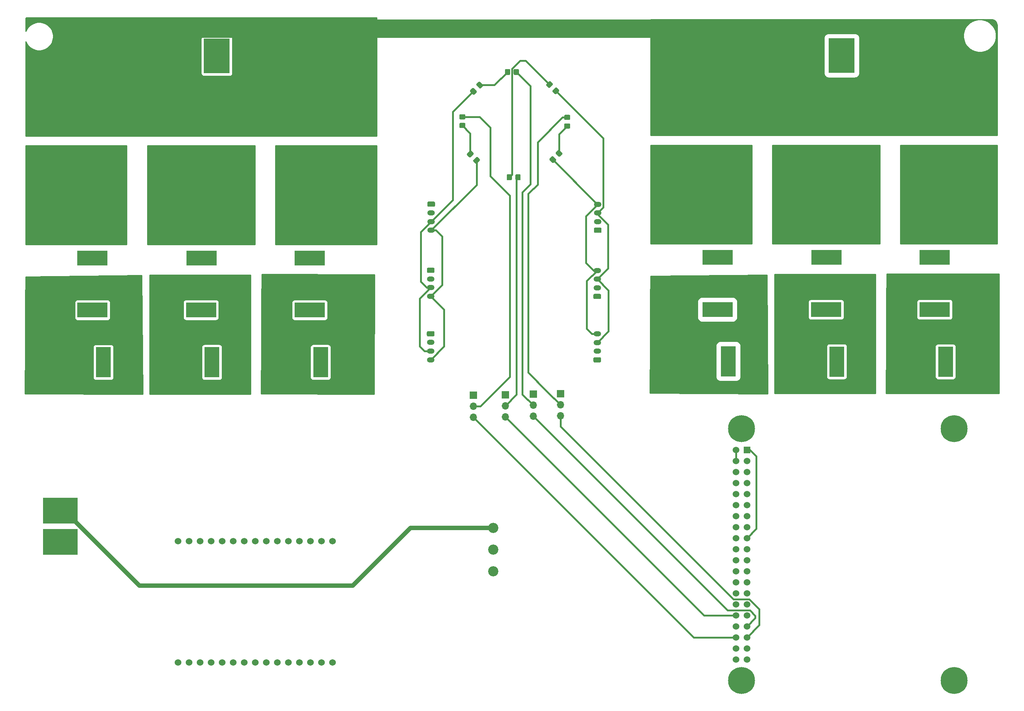
<source format=gbr>
G04 #@! TF.GenerationSoftware,KiCad,Pcbnew,(5.1.10)-1*
G04 #@! TF.CreationDate,2022-11-16T20:30:32+05:30*
G04 #@! TF.ProjectId,2023 control pcb,32303233-2063-46f6-9e74-726f6c207063,rev?*
G04 #@! TF.SameCoordinates,Original*
G04 #@! TF.FileFunction,Copper,L1,Top*
G04 #@! TF.FilePolarity,Positive*
%FSLAX46Y46*%
G04 Gerber Fmt 4.6, Leading zero omitted, Abs format (unit mm)*
G04 Created by KiCad (PCBNEW (5.1.10)-1) date 2022-11-16 20:30:32*
%MOMM*%
%LPD*%
G01*
G04 APERTURE LIST*
G04 #@! TA.AperFunction,ComponentPad*
%ADD10R,7.000000X3.500000*%
G04 #@! TD*
G04 #@! TA.AperFunction,ComponentPad*
%ADD11R,6.000000X8.000000*%
G04 #@! TD*
G04 #@! TA.AperFunction,ComponentPad*
%ADD12C,2.400000*%
G04 #@! TD*
G04 #@! TA.AperFunction,ComponentPad*
%ADD13O,1.750000X1.200000*%
G04 #@! TD*
G04 #@! TA.AperFunction,ComponentPad*
%ADD14R,3.500000X7.000000*%
G04 #@! TD*
G04 #@! TA.AperFunction,ComponentPad*
%ADD15O,1.700000X1.700000*%
G04 #@! TD*
G04 #@! TA.AperFunction,ComponentPad*
%ADD16R,1.700000X1.700000*%
G04 #@! TD*
G04 #@! TA.AperFunction,ComponentPad*
%ADD17C,1.524000*%
G04 #@! TD*
G04 #@! TA.AperFunction,ComponentPad*
%ADD18R,8.000000X6.000000*%
G04 #@! TD*
G04 #@! TA.AperFunction,ComponentPad*
%ADD19C,6.200000*%
G04 #@! TD*
G04 #@! TA.AperFunction,ComponentPad*
%ADD20R,1.524000X1.524000*%
G04 #@! TD*
G04 #@! TA.AperFunction,ComponentPad*
%ADD21C,2.340000*%
G04 #@! TD*
G04 #@! TA.AperFunction,ViaPad*
%ADD22C,1.000000*%
G04 #@! TD*
G04 #@! TA.AperFunction,Conductor*
%ADD23C,4.200000*%
G04 #@! TD*
G04 #@! TA.AperFunction,Conductor*
%ADD24C,0.400000*%
G04 #@! TD*
G04 #@! TA.AperFunction,Conductor*
%ADD25C,1.000000*%
G04 #@! TD*
G04 #@! TA.AperFunction,Conductor*
%ADD26C,0.254000*%
G04 #@! TD*
G04 #@! TA.AperFunction,Conductor*
%ADD27C,0.100000*%
G04 #@! TD*
G04 APERTURE END LIST*
D10*
G04 #@! TO.P,J27,1*
G04 #@! TO.N,Net-(J27-Pad1)*
X316640000Y-87450000D03*
G04 #@! TO.P,J27,2*
G04 #@! TO.N,GND*
X316640000Y-92450000D03*
G04 #@! TD*
G04 #@! TO.P,D1,2*
G04 #@! TO.N,Net-(D1-Pad2)*
G04 #@! TA.AperFunction,SMDPad,CuDef*
G36*
G01*
X211821612Y-53464785D02*
X211185215Y-52828388D01*
G75*
G02*
X211185215Y-52474836I176776J176776D01*
G01*
X211644836Y-52015215D01*
G75*
G02*
X211998388Y-52015215I176776J-176776D01*
G01*
X212634785Y-52651612D01*
G75*
G02*
X212634785Y-53005164I-176776J-176776D01*
G01*
X212175164Y-53464785D01*
G75*
G02*
X211821612Y-53464785I-176776J176776D01*
G01*
G37*
G04 #@! TD.AperFunction*
G04 #@! TO.P,D1,1*
G04 #@! TO.N,PWML'*
G04 #@! TA.AperFunction,SMDPad,CuDef*
G36*
G01*
X210372044Y-54914353D02*
X209735647Y-54277956D01*
G75*
G02*
X209735647Y-53924404I176776J176776D01*
G01*
X210195268Y-53464783D01*
G75*
G02*
X210548820Y-53464783I176776J-176776D01*
G01*
X211185217Y-54101180D01*
G75*
G02*
X211185217Y-54454732I-176776J-176776D01*
G01*
X210725596Y-54914353D01*
G75*
G02*
X210372044Y-54914353I-176776J176776D01*
G01*
G37*
G04 #@! TD.AperFunction*
G04 #@! TD*
G04 #@! TO.P,D2,1*
G04 #@! TO.N,PWMR'*
G04 #@! TA.AperFunction,SMDPad,CuDef*
G36*
G01*
X230159569Y-54153172D02*
X229523172Y-54789569D01*
G75*
G02*
X229169620Y-54789569I-176776J176776D01*
G01*
X228709999Y-54329948D01*
G75*
G02*
X228709999Y-53976396I176776J176776D01*
G01*
X229346396Y-53339999D01*
G75*
G02*
X229699948Y-53339999I176776J-176776D01*
G01*
X230159569Y-53799620D01*
G75*
G02*
X230159569Y-54153172I-176776J-176776D01*
G01*
G37*
G04 #@! TD.AperFunction*
G04 #@! TO.P,D2,2*
G04 #@! TO.N,Net-(D2-Pad2)*
G04 #@! TA.AperFunction,SMDPad,CuDef*
G36*
G01*
X228710001Y-52703604D02*
X228073604Y-53340001D01*
G75*
G02*
X227720052Y-53340001I-176776J176776D01*
G01*
X227260431Y-52880380D01*
G75*
G02*
X227260431Y-52526828I176776J176776D01*
G01*
X227896828Y-51890431D01*
G75*
G02*
X228250380Y-51890431I176776J-176776D01*
G01*
X228710001Y-52350052D01*
G75*
G02*
X228710001Y-52703604I-176776J-176776D01*
G01*
G37*
G04 #@! TD.AperFunction*
G04 #@! TD*
G04 #@! TO.P,D3,2*
G04 #@! TO.N,Net-(D3-Pad2)*
G04 #@! TA.AperFunction,SMDPad,CuDef*
G36*
G01*
X210470001Y-68718604D02*
X209833604Y-69355001D01*
G75*
G02*
X209480052Y-69355001I-176776J176776D01*
G01*
X209020431Y-68895380D01*
G75*
G02*
X209020431Y-68541828I176776J176776D01*
G01*
X209656828Y-67905431D01*
G75*
G02*
X210010380Y-67905431I176776J-176776D01*
G01*
X210470001Y-68365052D01*
G75*
G02*
X210470001Y-68718604I-176776J-176776D01*
G01*
G37*
G04 #@! TD.AperFunction*
G04 #@! TO.P,D3,1*
G04 #@! TO.N,DIRL'*
G04 #@! TA.AperFunction,SMDPad,CuDef*
G36*
G01*
X211919569Y-70168172D02*
X211283172Y-70804569D01*
G75*
G02*
X210929620Y-70804569I-176776J176776D01*
G01*
X210469999Y-70344948D01*
G75*
G02*
X210469999Y-69991396I176776J176776D01*
G01*
X211106396Y-69354999D01*
G75*
G02*
X211459948Y-69354999I176776J-176776D01*
G01*
X211919569Y-69814620D01*
G75*
G02*
X211919569Y-70168172I-176776J-176776D01*
G01*
G37*
G04 #@! TD.AperFunction*
G04 #@! TD*
G04 #@! TO.P,D4,1*
G04 #@! TO.N,DIRR'*
G04 #@! TA.AperFunction,SMDPad,CuDef*
G36*
G01*
X228646828Y-70634569D02*
X228010431Y-69998172D01*
G75*
G02*
X228010431Y-69644620I176776J176776D01*
G01*
X228470052Y-69184999D01*
G75*
G02*
X228823604Y-69184999I176776J-176776D01*
G01*
X229460001Y-69821396D01*
G75*
G02*
X229460001Y-70174948I-176776J-176776D01*
G01*
X229000380Y-70634569D01*
G75*
G02*
X228646828Y-70634569I-176776J176776D01*
G01*
G37*
G04 #@! TD.AperFunction*
G04 #@! TO.P,D4,2*
G04 #@! TO.N,Net-(D4-Pad2)*
G04 #@! TA.AperFunction,SMDPad,CuDef*
G36*
G01*
X230096396Y-69185001D02*
X229459999Y-68548604D01*
G75*
G02*
X229459999Y-68195052I176776J176776D01*
G01*
X229919620Y-67735431D01*
G75*
G02*
X230273172Y-67735431I176776J-176776D01*
G01*
X230909569Y-68371828D01*
G75*
G02*
X230909569Y-68725380I-176776J-176776D01*
G01*
X230449948Y-69185001D01*
G75*
G02*
X230096396Y-69185001I-176776J176776D01*
G01*
G37*
G04 #@! TD.AperFunction*
G04 #@! TD*
D11*
G04 #@! TO.P,J1,2*
G04 #@! TO.N,GND*
X151400000Y-46060000D03*
G04 #@! TO.P,J1,1*
G04 #@! TO.N,+24V*
X144200000Y-46060000D03*
G04 #@! TD*
G04 #@! TO.P,J2,2*
G04 #@! TO.N,GND*
X295250000Y-45950000D03*
G04 #@! TO.P,J2,1*
G04 #@! TO.N,+24V*
X288050000Y-45950000D03*
G04 #@! TD*
D10*
G04 #@! TO.P,J3,1*
G04 #@! TO.N,Net-(J3-Pad1)*
X122790000Y-87570000D03*
G04 #@! TO.P,J3,2*
G04 #@! TO.N,GND*
X122790000Y-92570000D03*
G04 #@! TD*
G04 #@! TO.P,J4,1*
G04 #@! TO.N,Net-(J12-Pad2)*
X122790000Y-104570000D03*
G04 #@! TO.P,J4,2*
G04 #@! TO.N,Net-(J12-Pad1)*
X122790000Y-99570000D03*
G04 #@! TD*
G04 #@! TO.P,J5,1*
G04 #@! TO.N,Net-(J5-Pad1)*
X266650000Y-87450000D03*
G04 #@! TO.P,J5,2*
G04 #@! TO.N,GND*
X266650000Y-92450000D03*
G04 #@! TD*
G04 #@! TO.P,J6,2*
G04 #@! TO.N,Net-(J13-Pad1)*
X266650000Y-104430000D03*
G04 #@! TO.P,J6,1*
G04 #@! TO.N,Net-(J13-Pad2)*
X266650000Y-99430000D03*
G04 #@! TD*
D12*
G04 #@! TO.P,J7,4*
G04 #@! TO.N,Net-(J3-Pad1)*
X124790000Y-72070000D03*
G04 #@! TO.P,J7,3*
X121390000Y-72070000D03*
G04 #@! TO.P,J7,2*
G04 #@! TO.N,+24V*
X121390000Y-58600000D03*
G04 #@! TO.P,J7,1*
X124790000Y-58600000D03*
G04 #@! TD*
G04 #@! TO.P,J8,4*
G04 #@! TO.N,Net-(J5-Pad1)*
X268650000Y-71970000D03*
G04 #@! TO.P,J8,3*
X265250000Y-71970000D03*
G04 #@! TO.P,J8,2*
G04 #@! TO.N,+24V*
X265250000Y-58500000D03*
G04 #@! TO.P,J8,1*
X268650000Y-58500000D03*
G04 #@! TD*
G04 #@! TO.P,J9,1*
G04 #@! TO.N,GND*
G04 #@! TA.AperFunction,ComponentPad*
G36*
G01*
X200134999Y-79570000D02*
X201385001Y-79570000D01*
G75*
G02*
X201635000Y-79819999I0J-249999D01*
G01*
X201635000Y-80520001D01*
G75*
G02*
X201385001Y-80770000I-249999J0D01*
G01*
X200134999Y-80770000D01*
G75*
G02*
X199885000Y-80520001I0J249999D01*
G01*
X199885000Y-79819999D01*
G75*
G02*
X200134999Y-79570000I249999J0D01*
G01*
G37*
G04 #@! TD.AperFunction*
D13*
G04 #@! TO.P,J9,2*
G04 #@! TO.N,Net-(J9-Pad2)*
X200760000Y-82170000D03*
G04 #@! TO.P,J9,3*
G04 #@! TO.N,PWML'*
X200760000Y-84170000D03*
G04 #@! TO.P,J9,4*
G04 #@! TO.N,DIRL'*
X200760000Y-86170000D03*
G04 #@! TD*
G04 #@! TO.P,J10,4*
G04 #@! TO.N,DIRL'*
X200640000Y-101400000D03*
G04 #@! TO.P,J10,3*
G04 #@! TO.N,PWML'*
X200640000Y-99400000D03*
G04 #@! TO.P,J10,2*
G04 #@! TO.N,Net-(J10-Pad2)*
X200640000Y-97400000D03*
G04 #@! TO.P,J10,1*
G04 #@! TO.N,GND*
G04 #@! TA.AperFunction,ComponentPad*
G36*
G01*
X200014999Y-94800000D02*
X201265001Y-94800000D01*
G75*
G02*
X201515000Y-95049999I0J-249999D01*
G01*
X201515000Y-95750001D01*
G75*
G02*
X201265001Y-96000000I-249999J0D01*
G01*
X200014999Y-96000000D01*
G75*
G02*
X199765000Y-95750001I0J249999D01*
G01*
X199765000Y-95049999D01*
G75*
G02*
X200014999Y-94800000I249999J0D01*
G01*
G37*
G04 #@! TD.AperFunction*
G04 #@! TD*
G04 #@! TO.P,J11,1*
G04 #@! TO.N,GND*
G04 #@! TA.AperFunction,ComponentPad*
G36*
G01*
X200004999Y-109420000D02*
X201255001Y-109420000D01*
G75*
G02*
X201505000Y-109669999I0J-249999D01*
G01*
X201505000Y-110370001D01*
G75*
G02*
X201255001Y-110620000I-249999J0D01*
G01*
X200004999Y-110620000D01*
G75*
G02*
X199755000Y-110370001I0J249999D01*
G01*
X199755000Y-109669999D01*
G75*
G02*
X200004999Y-109420000I249999J0D01*
G01*
G37*
G04 #@! TD.AperFunction*
G04 #@! TO.P,J11,2*
G04 #@! TO.N,Net-(J11-Pad2)*
X200630000Y-112020000D03*
G04 #@! TO.P,J11,3*
G04 #@! TO.N,PWML'*
X200630000Y-114020000D03*
G04 #@! TO.P,J11,4*
G04 #@! TO.N,DIRL'*
X200630000Y-116020000D03*
G04 #@! TD*
D14*
G04 #@! TO.P,J12,2*
G04 #@! TO.N,Net-(J12-Pad2)*
X125290000Y-116590000D03*
G04 #@! TO.P,J12,1*
G04 #@! TO.N,Net-(J12-Pad1)*
X120290000Y-116590000D03*
G04 #@! TD*
G04 #@! TO.P,J13,1*
G04 #@! TO.N,Net-(J13-Pad1)*
X269150000Y-116360000D03*
G04 #@! TO.P,J13,2*
G04 #@! TO.N,Net-(J13-Pad2)*
X264150000Y-116360000D03*
G04 #@! TD*
D10*
G04 #@! TO.P,J14,2*
G04 #@! TO.N,GND*
X147890000Y-92570000D03*
G04 #@! TO.P,J14,1*
G04 #@! TO.N,Net-(J14-Pad1)*
X147890000Y-87570000D03*
G04 #@! TD*
G04 #@! TO.P,J15,1*
G04 #@! TO.N,Net-(J15-Pad1)*
X147780000Y-99560000D03*
G04 #@! TO.P,J15,2*
G04 #@! TO.N,Net-(J15-Pad2)*
X147780000Y-104560000D03*
G04 #@! TD*
G04 #@! TO.P,J16,2*
G04 #@! TO.N,GND*
X291730000Y-92450000D03*
G04 #@! TO.P,J16,1*
G04 #@! TO.N,Net-(J16-Pad1)*
X291730000Y-87450000D03*
G04 #@! TD*
G04 #@! TO.P,J17,2*
G04 #@! TO.N,Net-(J17-Pad2)*
X291650000Y-104460000D03*
G04 #@! TO.P,J17,1*
G04 #@! TO.N,Net-(J17-Pad1)*
X291650000Y-99460000D03*
G04 #@! TD*
D12*
G04 #@! TO.P,J18,4*
G04 #@! TO.N,Net-(J14-Pad1)*
X149680000Y-72070000D03*
G04 #@! TO.P,J18,3*
X146280000Y-72070000D03*
G04 #@! TO.P,J18,2*
G04 #@! TO.N,+24V*
X146280000Y-58600000D03*
G04 #@! TO.P,J18,1*
X149680000Y-58600000D03*
G04 #@! TD*
G04 #@! TO.P,J19,1*
G04 #@! TO.N,+24V*
X293560000Y-58480000D03*
G04 #@! TO.P,J19,2*
X290160000Y-58480000D03*
G04 #@! TO.P,J19,3*
G04 #@! TO.N,Net-(J16-Pad1)*
X290160000Y-71950000D03*
G04 #@! TO.P,J19,4*
X293560000Y-71950000D03*
G04 #@! TD*
D14*
G04 #@! TO.P,J20,1*
G04 #@! TO.N,Net-(J15-Pad2)*
X150290000Y-116570000D03*
G04 #@! TO.P,J20,2*
G04 #@! TO.N,Net-(J15-Pad1)*
X145290000Y-116570000D03*
G04 #@! TD*
G04 #@! TO.P,J21,2*
G04 #@! TO.N,Net-(J17-Pad1)*
X289140000Y-116440000D03*
G04 #@! TO.P,J21,1*
G04 #@! TO.N,Net-(J17-Pad2)*
X294140000Y-116440000D03*
G04 #@! TD*
D13*
G04 #@! TO.P,J22,4*
G04 #@! TO.N,DIRR'*
X239090000Y-80190000D03*
G04 #@! TO.P,J22,3*
G04 #@! TO.N,PWMR'*
X239090000Y-82190000D03*
G04 #@! TO.P,J22,2*
G04 #@! TO.N,Net-(J22-Pad2)*
X239090000Y-84190000D03*
G04 #@! TO.P,J22,1*
G04 #@! TO.N,GND*
G04 #@! TA.AperFunction,ComponentPad*
G36*
G01*
X239715001Y-86790000D02*
X238464999Y-86790000D01*
G75*
G02*
X238215000Y-86540001I0J249999D01*
G01*
X238215000Y-85839999D01*
G75*
G02*
X238464999Y-85590000I249999J0D01*
G01*
X239715001Y-85590000D01*
G75*
G02*
X239965000Y-85839999I0J-249999D01*
G01*
X239965000Y-86540001D01*
G75*
G02*
X239715001Y-86790000I-249999J0D01*
G01*
G37*
G04 #@! TD.AperFunction*
G04 #@! TD*
G04 #@! TO.P,J23,1*
G04 #@! TO.N,GND*
G04 #@! TA.AperFunction,ComponentPad*
G36*
G01*
X239595001Y-102030000D02*
X238344999Y-102030000D01*
G75*
G02*
X238095000Y-101780001I0J249999D01*
G01*
X238095000Y-101079999D01*
G75*
G02*
X238344999Y-100830000I249999J0D01*
G01*
X239595001Y-100830000D01*
G75*
G02*
X239845000Y-101079999I0J-249999D01*
G01*
X239845000Y-101780001D01*
G75*
G02*
X239595001Y-102030000I-249999J0D01*
G01*
G37*
G04 #@! TD.AperFunction*
G04 #@! TO.P,J23,2*
G04 #@! TO.N,Net-(J23-Pad2)*
X238970000Y-99430000D03*
G04 #@! TO.P,J23,3*
G04 #@! TO.N,PWMR'*
X238970000Y-97430000D03*
G04 #@! TO.P,J23,4*
G04 #@! TO.N,DIRR'*
X238970000Y-95430000D03*
G04 #@! TD*
G04 #@! TO.P,J24,4*
G04 #@! TO.N,DIRR'*
X238970000Y-110030000D03*
G04 #@! TO.P,J24,3*
G04 #@! TO.N,PWMR'*
X238970000Y-112030000D03*
G04 #@! TO.P,J24,2*
G04 #@! TO.N,Net-(J24-Pad2)*
X238970000Y-114030000D03*
G04 #@! TO.P,J24,1*
G04 #@! TO.N,GND*
G04 #@! TA.AperFunction,ComponentPad*
G36*
G01*
X239595001Y-116630000D02*
X238344999Y-116630000D01*
G75*
G02*
X238095000Y-116380001I0J249999D01*
G01*
X238095000Y-115679999D01*
G75*
G02*
X238344999Y-115430000I249999J0D01*
G01*
X239595001Y-115430000D01*
G75*
G02*
X239845000Y-115679999I0J-249999D01*
G01*
X239845000Y-116380001D01*
G75*
G02*
X239595001Y-116630000I-249999J0D01*
G01*
G37*
G04 #@! TD.AperFunction*
G04 #@! TD*
D10*
G04 #@! TO.P,J25,2*
G04 #@! TO.N,GND*
X172790000Y-92570000D03*
G04 #@! TO.P,J25,1*
G04 #@! TO.N,Net-(J25-Pad1)*
X172790000Y-87570000D03*
G04 #@! TD*
G04 #@! TO.P,J26,1*
G04 #@! TO.N,Net-(J26-Pad1)*
X172790000Y-104570000D03*
G04 #@! TO.P,J26,2*
G04 #@! TO.N,Net-(J26-Pad2)*
X172790000Y-99570000D03*
G04 #@! TD*
G04 #@! TO.P,J28,2*
G04 #@! TO.N,Net-(J28-Pad2)*
X316650000Y-99450000D03*
G04 #@! TO.P,J28,1*
G04 #@! TO.N,Net-(J28-Pad1)*
X316650000Y-104450000D03*
G04 #@! TD*
D12*
G04 #@! TO.P,J29,1*
G04 #@! TO.N,+24V*
X174300000Y-58650000D03*
G04 #@! TO.P,J29,2*
X170900000Y-58650000D03*
G04 #@! TO.P,J29,3*
G04 #@! TO.N,Net-(J25-Pad1)*
X170900000Y-72120000D03*
G04 #@! TO.P,J29,4*
X174300000Y-72120000D03*
G04 #@! TD*
G04 #@! TO.P,J30,1*
G04 #@! TO.N,+24V*
X318150000Y-58530000D03*
G04 #@! TO.P,J30,2*
X314750000Y-58530000D03*
G04 #@! TO.P,J30,3*
G04 #@! TO.N,Net-(J27-Pad1)*
X314750000Y-72000000D03*
G04 #@! TO.P,J30,4*
X318150000Y-72000000D03*
G04 #@! TD*
D14*
G04 #@! TO.P,J31,2*
G04 #@! TO.N,Net-(J26-Pad1)*
X175290000Y-116570000D03*
G04 #@! TO.P,J31,1*
G04 #@! TO.N,Net-(J26-Pad2)*
X170290000Y-116570000D03*
G04 #@! TD*
G04 #@! TO.P,J32,1*
G04 #@! TO.N,Net-(J28-Pad2)*
X314140000Y-116450000D03*
G04 #@! TO.P,J32,2*
G04 #@! TO.N,Net-(J28-Pad1)*
X319140000Y-116450000D03*
G04 #@! TD*
D15*
G04 #@! TO.P,J34,3*
G04 #@! TO.N,PWML*
X224250000Y-129030000D03*
G04 #@! TO.P,J34,2*
G04 #@! TO.N,Net-(J34-Pad2)*
X224250000Y-126490000D03*
D16*
G04 #@! TO.P,J34,1*
G04 #@! TO.N,PWML''*
X224250000Y-123950000D03*
G04 #@! TD*
G04 #@! TO.P,J35,1*
G04 #@! TO.N,PWMR''*
X217850000Y-124050000D03*
D15*
G04 #@! TO.P,J35,2*
G04 #@! TO.N,Net-(J35-Pad2)*
X217850000Y-126590000D03*
G04 #@! TO.P,J35,3*
G04 #@! TO.N,PWMR*
X217850000Y-129130000D03*
G04 #@! TD*
D16*
G04 #@! TO.P,J36,1*
G04 #@! TO.N,DIRL''*
X210500000Y-124150000D03*
D15*
G04 #@! TO.P,J36,2*
G04 #@! TO.N,Net-(J36-Pad2)*
X210500000Y-126690000D03*
G04 #@! TO.P,J36,3*
G04 #@! TO.N,DIRL*
X210500000Y-129230000D03*
G04 #@! TD*
G04 #@! TO.P,J37,3*
G04 #@! TO.N,DIRR*
X230490000Y-128920000D03*
G04 #@! TO.P,J37,2*
G04 #@! TO.N,Net-(J37-Pad2)*
X230490000Y-126380000D03*
D16*
G04 #@! TO.P,J37,1*
G04 #@! TO.N,DIRR''*
X230490000Y-123840000D03*
G04 #@! TD*
D17*
G04 #@! TO.P,J39,1*
G04 #@! TO.N,ESP_VDD*
X142510000Y-185740000D03*
G04 #@! TO.P,J39,3*
G04 #@! TO.N,Net-(J39-Pad3)*
X147590000Y-185740000D03*
G04 #@! TO.P,J39,4*
G04 #@! TO.N,Net-(J39-Pad4)*
X150130000Y-185740000D03*
G04 #@! TO.P,J39,5*
G04 #@! TO.N,Net-(J39-Pad5)*
X152670000Y-185740000D03*
G04 #@! TO.P,J39,6*
G04 #@! TO.N,Net-(J39-Pad6)*
X155210000Y-185740000D03*
G04 #@! TO.P,J39,7*
G04 #@! TO.N,Net-(J39-Pad7)*
X157750000Y-185740000D03*
G04 #@! TO.P,J39,8*
G04 #@! TO.N,Net-(J39-Pad8)*
X160290000Y-185740000D03*
G04 #@! TO.P,J39,9*
G04 #@! TO.N,Net-(J39-Pad9)*
X162830000Y-185740000D03*
G04 #@! TO.P,J39,10*
G04 #@! TO.N,Net-(J39-Pad10)*
X165370000Y-185740000D03*
G04 #@! TO.P,J39,11*
G04 #@! TO.N,Net-(J39-Pad11)*
X167910000Y-185740000D03*
G04 #@! TO.P,J39,12*
G04 #@! TO.N,Net-(J39-Pad12)*
X170450000Y-185740000D03*
G04 #@! TO.P,J39,13*
G04 #@! TO.N,Net-(J39-Pad13)*
X172990000Y-185740000D03*
G04 #@! TO.P,J39,14*
G04 #@! TO.N,Net-(J39-Pad14)*
X175530000Y-185740000D03*
G04 #@! TO.P,J39,15*
G04 #@! TO.N,Net-(J39-Pad15)*
X178070000Y-185740000D03*
G04 #@! TO.P,J39,16*
G04 #@! TO.N,PWML''*
X142510000Y-157800000D03*
G04 #@! TO.P,J39,17*
G04 #@! TO.N,DIRL''*
X145050000Y-157800000D03*
G04 #@! TO.P,J39,18*
G04 #@! TO.N,PWMR''*
X147590000Y-157800000D03*
G04 #@! TO.P,J39,19*
G04 #@! TO.N,DIRR''*
X150130000Y-157800000D03*
G04 #@! TO.P,J39,20*
G04 #@! TO.N,Net-(J39-Pad20)*
X152670000Y-157800000D03*
G04 #@! TO.P,J39,21*
G04 #@! TO.N,Net-(J39-Pad21)*
X155210000Y-157800000D03*
G04 #@! TO.P,J39,22*
G04 #@! TO.N,Net-(J39-Pad22)*
X157750000Y-157800000D03*
G04 #@! TO.P,J39,23*
G04 #@! TO.N,Net-(J39-Pad23)*
X160290000Y-157800000D03*
G04 #@! TO.P,J39,24*
G04 #@! TO.N,Net-(J39-Pad24)*
X162830000Y-157800000D03*
G04 #@! TO.P,J39,25*
G04 #@! TO.N,Net-(J39-Pad25)*
X165370000Y-157800000D03*
G04 #@! TO.P,J39,26*
G04 #@! TO.N,Net-(J39-Pad26)*
X167910000Y-157800000D03*
G04 #@! TO.P,J39,27*
G04 #@! TO.N,Net-(J39-Pad27)*
X170450000Y-157800000D03*
G04 #@! TO.P,J39,28*
G04 #@! TO.N,Net-(J39-Pad28)*
X172990000Y-157800000D03*
G04 #@! TO.P,J39,29*
G04 #@! TO.N,Net-(J39-Pad29)*
X175530000Y-157800000D03*
G04 #@! TO.P,J39,30*
G04 #@! TO.N,Net-(J39-Pad30)*
X178070000Y-157800000D03*
G04 #@! TO.P,J39,2*
G04 #@! TO.N,GND*
X145050000Y-185740000D03*
G04 #@! TD*
D18*
G04 #@! TO.P,J33,1*
G04 #@! TO.N,GND*
X115350000Y-157990000D03*
G04 #@! TO.P,J33,2*
G04 #@! TO.N,Net-(J33-Pad2)*
X115350000Y-150790000D03*
G04 #@! TD*
D19*
G04 #@! TO.P,J38,S4*
G04 #@! TO.N,N/C*
X321150000Y-131900000D03*
G04 #@! TO.P,J38,S3*
X321150000Y-189900000D03*
G04 #@! TO.P,J38,S2*
X272150000Y-189900000D03*
G04 #@! TO.P,J38,S1*
X272150000Y-131900000D03*
D20*
G04 #@! TO.P,J38,1*
G04 #@! TO.N,Net-(J38-Pad1)*
X273420000Y-136770000D03*
D17*
G04 #@! TO.P,J38,3*
G04 #@! TO.N,Net-(J38-Pad3)*
X273420000Y-139310000D03*
G04 #@! TO.P,J38,5*
G04 #@! TO.N,Net-(J38-Pad5)*
X273420000Y-141850000D03*
G04 #@! TO.P,J38,7*
G04 #@! TO.N,Net-(J38-Pad7)*
X273420000Y-144390000D03*
G04 #@! TO.P,J38,9*
G04 #@! TO.N,GND*
X273420000Y-146930000D03*
G04 #@! TO.P,J38,11*
G04 #@! TO.N,Net-(J38-Pad11)*
X273420000Y-149470000D03*
G04 #@! TO.P,J38,2*
G04 #@! TO.N,Net-(J38-Pad2)*
X270880000Y-136770000D03*
G04 #@! TO.P,J38,4*
X270880000Y-139310000D03*
G04 #@! TO.P,J38,6*
G04 #@! TO.N,GND*
X270880000Y-141850000D03*
G04 #@! TO.P,J38,8*
G04 #@! TO.N,Net-(J38-Pad8)*
X270880000Y-144390000D03*
G04 #@! TO.P,J38,10*
G04 #@! TO.N,Net-(J38-Pad10)*
X270880000Y-146930000D03*
G04 #@! TO.P,J38,12*
G04 #@! TO.N,Net-(J38-Pad12)*
X270880000Y-149470000D03*
G04 #@! TO.P,J38,13*
G04 #@! TO.N,Net-(J38-Pad13)*
X273420000Y-152010000D03*
G04 #@! TO.P,J38,14*
G04 #@! TO.N,GND*
X270880000Y-152010000D03*
G04 #@! TO.P,J38,15*
G04 #@! TO.N,Net-(J38-Pad15)*
X273420000Y-154550000D03*
G04 #@! TO.P,J38,17*
G04 #@! TO.N,Net-(J38-Pad1)*
X273420000Y-157090000D03*
G04 #@! TO.P,J38,19*
G04 #@! TO.N,Net-(J38-Pad19)*
X273420000Y-159630000D03*
G04 #@! TO.P,J38,21*
G04 #@! TO.N,Net-(J38-Pad21)*
X273420000Y-162170000D03*
G04 #@! TO.P,J38,23*
G04 #@! TO.N,Net-(J38-Pad23)*
X273420000Y-164710000D03*
G04 #@! TO.P,J38,25*
G04 #@! TO.N,GND*
X273420000Y-167250000D03*
G04 #@! TO.P,J38,16*
G04 #@! TO.N,Net-(J38-Pad16)*
X270880000Y-154550000D03*
G04 #@! TO.P,J38,18*
G04 #@! TO.N,Net-(J38-Pad18)*
X270880000Y-157090000D03*
G04 #@! TO.P,J38,20*
G04 #@! TO.N,GND*
X270880000Y-159630000D03*
G04 #@! TO.P,J38,22*
G04 #@! TO.N,Net-(J38-Pad22)*
X270880000Y-162170000D03*
G04 #@! TO.P,J38,24*
G04 #@! TO.N,Net-(J38-Pad24)*
X270880000Y-164710000D03*
G04 #@! TO.P,J38,26*
G04 #@! TO.N,Net-(J38-Pad26)*
X270880000Y-167250000D03*
G04 #@! TO.P,J38,27*
G04 #@! TO.N,Net-(J38-Pad27)*
X273420000Y-169790000D03*
G04 #@! TO.P,J38,28*
G04 #@! TO.N,Net-(J38-Pad28)*
X270880000Y-169790000D03*
G04 #@! TO.P,J38,29*
G04 #@! TO.N,Net-(J38-Pad29)*
X273420000Y-172330000D03*
G04 #@! TO.P,J38,31*
G04 #@! TO.N,Net-(J38-Pad31)*
X273420000Y-174870000D03*
G04 #@! TO.P,J38,33*
G04 #@! TO.N,PWML*
X273420000Y-177410000D03*
G04 #@! TO.P,J38,35*
G04 #@! TO.N,DIRR*
X273420000Y-179950000D03*
G04 #@! TO.P,J38,37*
G04 #@! TO.N,Net-(J38-Pad37)*
X273420000Y-182490000D03*
G04 #@! TO.P,J38,39*
G04 #@! TO.N,GND*
X273420000Y-185030000D03*
G04 #@! TO.P,J38,30*
X270880000Y-172330000D03*
G04 #@! TO.P,J38,32*
G04 #@! TO.N,PWMR*
X270880000Y-174870000D03*
G04 #@! TO.P,J38,34*
G04 #@! TO.N,GND*
X270880000Y-177410000D03*
G04 #@! TO.P,J38,36*
G04 #@! TO.N,DIRL*
X270880000Y-179950000D03*
G04 #@! TO.P,J38,38*
G04 #@! TO.N,Net-(J38-Pad38)*
X270880000Y-182490000D03*
G04 #@! TO.P,J38,40*
G04 #@! TO.N,Net-(J38-Pad40)*
X270880000Y-185030000D03*
G04 #@! TD*
G04 #@! TO.P,R1,2*
G04 #@! TO.N,Net-(D1-Pad2)*
G04 #@! TA.AperFunction,SMDPad,CuDef*
G36*
G01*
X218930000Y-49289999D02*
X218930000Y-50190001D01*
G75*
G02*
X218680001Y-50440000I-249999J0D01*
G01*
X217979999Y-50440000D01*
G75*
G02*
X217730000Y-50190001I0J249999D01*
G01*
X217730000Y-49289999D01*
G75*
G02*
X217979999Y-49040000I249999J0D01*
G01*
X218680001Y-49040000D01*
G75*
G02*
X218930000Y-49289999I0J-249999D01*
G01*
G37*
G04 #@! TD.AperFunction*
G04 #@! TO.P,R1,1*
G04 #@! TO.N,Net-(J34-Pad2)*
G04 #@! TA.AperFunction,SMDPad,CuDef*
G36*
G01*
X220930000Y-49289999D02*
X220930000Y-50190001D01*
G75*
G02*
X220680001Y-50440000I-249999J0D01*
G01*
X219979999Y-50440000D01*
G75*
G02*
X219730000Y-50190001I0J249999D01*
G01*
X219730000Y-49289999D01*
G75*
G02*
X219979999Y-49040000I249999J0D01*
G01*
X220680001Y-49040000D01*
G75*
G02*
X220930000Y-49289999I0J-249999D01*
G01*
G37*
G04 #@! TD.AperFunction*
G04 #@! TD*
G04 #@! TO.P,R2,1*
G04 #@! TO.N,Net-(D2-Pad2)*
G04 #@! TA.AperFunction,SMDPad,CuDef*
G36*
G01*
X218140000Y-74430001D02*
X218140000Y-73529999D01*
G75*
G02*
X218389999Y-73280000I249999J0D01*
G01*
X219090001Y-73280000D01*
G75*
G02*
X219340000Y-73529999I0J-249999D01*
G01*
X219340000Y-74430001D01*
G75*
G02*
X219090001Y-74680000I-249999J0D01*
G01*
X218389999Y-74680000D01*
G75*
G02*
X218140000Y-74430001I0J249999D01*
G01*
G37*
G04 #@! TD.AperFunction*
G04 #@! TO.P,R2,2*
G04 #@! TO.N,Net-(J35-Pad2)*
G04 #@! TA.AperFunction,SMDPad,CuDef*
G36*
G01*
X220140000Y-74430001D02*
X220140000Y-73529999D01*
G75*
G02*
X220389999Y-73280000I249999J0D01*
G01*
X221090001Y-73280000D01*
G75*
G02*
X221340000Y-73529999I0J-249999D01*
G01*
X221340000Y-74430001D01*
G75*
G02*
X221090001Y-74680000I-249999J0D01*
G01*
X220389999Y-74680000D01*
G75*
G02*
X220140000Y-74430001I0J249999D01*
G01*
G37*
G04 #@! TD.AperFunction*
G04 #@! TD*
G04 #@! TO.P,R3,2*
G04 #@! TO.N,Net-(J36-Pad2)*
G04 #@! TA.AperFunction,SMDPad,CuDef*
G36*
G01*
X208380001Y-60660000D02*
X207479999Y-60660000D01*
G75*
G02*
X207230000Y-60410001I0J249999D01*
G01*
X207230000Y-59709999D01*
G75*
G02*
X207479999Y-59460000I249999J0D01*
G01*
X208380001Y-59460000D01*
G75*
G02*
X208630000Y-59709999I0J-249999D01*
G01*
X208630000Y-60410001D01*
G75*
G02*
X208380001Y-60660000I-249999J0D01*
G01*
G37*
G04 #@! TD.AperFunction*
G04 #@! TO.P,R3,1*
G04 #@! TO.N,Net-(D3-Pad2)*
G04 #@! TA.AperFunction,SMDPad,CuDef*
G36*
G01*
X208380001Y-62660000D02*
X207479999Y-62660000D01*
G75*
G02*
X207230000Y-62410001I0J249999D01*
G01*
X207230000Y-61709999D01*
G75*
G02*
X207479999Y-61460000I249999J0D01*
G01*
X208380001Y-61460000D01*
G75*
G02*
X208630000Y-61709999I0J-249999D01*
G01*
X208630000Y-62410001D01*
G75*
G02*
X208380001Y-62660000I-249999J0D01*
G01*
G37*
G04 #@! TD.AperFunction*
G04 #@! TD*
G04 #@! TO.P,R4,1*
G04 #@! TO.N,Net-(D4-Pad2)*
G04 #@! TA.AperFunction,SMDPad,CuDef*
G36*
G01*
X232520001Y-62780000D02*
X231619999Y-62780000D01*
G75*
G02*
X231370000Y-62530001I0J249999D01*
G01*
X231370000Y-61829999D01*
G75*
G02*
X231619999Y-61580000I249999J0D01*
G01*
X232520001Y-61580000D01*
G75*
G02*
X232770000Y-61829999I0J-249999D01*
G01*
X232770000Y-62530001D01*
G75*
G02*
X232520001Y-62780000I-249999J0D01*
G01*
G37*
G04 #@! TD.AperFunction*
G04 #@! TO.P,R4,2*
G04 #@! TO.N,Net-(J37-Pad2)*
G04 #@! TA.AperFunction,SMDPad,CuDef*
G36*
G01*
X232520001Y-60780000D02*
X231619999Y-60780000D01*
G75*
G02*
X231370000Y-60530001I0J249999D01*
G01*
X231370000Y-59829999D01*
G75*
G02*
X231619999Y-59580000I249999J0D01*
G01*
X232520001Y-59580000D01*
G75*
G02*
X232770000Y-59829999I0J-249999D01*
G01*
X232770000Y-60530001D01*
G75*
G02*
X232520001Y-60780000I-249999J0D01*
G01*
G37*
G04 #@! TD.AperFunction*
G04 #@! TD*
D21*
G04 #@! TO.P,SW1,3*
G04 #@! TO.N,Net-(SW1-Pad3)*
X215000000Y-164710000D03*
G04 #@! TO.P,SW1,2*
G04 #@! TO.N,ESP_VDD*
X215000000Y-159710000D03*
G04 #@! TO.P,SW1,1*
G04 #@! TO.N,Net-(J33-Pad2)*
X215000000Y-154710000D03*
G04 #@! TD*
D22*
G04 #@! TO.N,+24V*
X138400000Y-43120000D03*
X138350000Y-44560000D03*
X138280000Y-45930000D03*
X138280000Y-47460000D03*
X138200000Y-49010000D03*
X139970000Y-43070000D03*
X139930000Y-44540000D03*
X139770000Y-45930000D03*
X139770000Y-47380000D03*
X139740000Y-48900000D03*
X138250000Y-50650000D03*
X139770000Y-50610000D03*
X118420000Y-55210000D03*
X119900000Y-55230000D03*
X121540000Y-55300000D03*
X123220000Y-55340000D03*
X124930000Y-55410000D03*
X126640000Y-55480000D03*
X118260000Y-61830000D03*
X119880000Y-61830000D03*
X121400000Y-61860000D03*
X122950000Y-61860000D03*
X124540000Y-61900000D03*
X126300000Y-61970000D03*
X143390000Y-55610000D03*
X145120000Y-55630000D03*
X146660000Y-55670000D03*
X148340000Y-55640000D03*
X150000000Y-55670000D03*
X151620000Y-55640000D03*
X143230000Y-61870000D03*
X144640000Y-61840000D03*
X146260000Y-61870000D03*
X147830000Y-61910000D03*
X149610000Y-61940000D03*
X151220000Y-61940000D03*
X167890000Y-55370000D03*
X169890000Y-55370000D03*
X171740000Y-55370000D03*
X173710000Y-55410000D03*
X175710000Y-55410000D03*
X177410000Y-55410000D03*
X167930000Y-61430000D03*
X169810000Y-61510000D03*
X171740000Y-61590000D03*
X174060000Y-61550000D03*
X176070000Y-61590000D03*
X177480000Y-61630000D03*
X282420000Y-42980000D03*
X284050000Y-42940000D03*
X282650000Y-44870000D03*
X284000000Y-44750000D03*
X282280000Y-46940000D03*
X283800000Y-46940000D03*
X282260000Y-49320000D03*
X283820000Y-49280000D03*
X262520000Y-55300000D03*
X264220000Y-55330000D03*
X265680000Y-55290000D03*
X267430000Y-55320000D03*
X269480000Y-55320000D03*
X271400000Y-55320000D03*
X262210000Y-61480000D03*
X263990000Y-61340000D03*
X265810000Y-61400000D03*
X267770000Y-61340000D03*
X269860000Y-61230000D03*
X271570000Y-61170000D03*
X287010000Y-55370000D03*
X288580000Y-55280000D03*
X290310000Y-55400000D03*
X292210000Y-55450000D03*
X294390000Y-55400000D03*
X296120000Y-55400000D03*
X287150000Y-61940000D03*
X288690000Y-61800000D03*
X291030000Y-61820000D03*
X292820000Y-61910000D03*
X294780000Y-61910000D03*
X296620000Y-61660000D03*
X311240000Y-55480000D03*
X312690000Y-55420000D03*
X314420000Y-55310000D03*
X316410000Y-55250000D03*
X318510000Y-55220000D03*
X320430000Y-55200000D03*
X311350000Y-62300000D03*
X313110000Y-62130000D03*
X315510000Y-62040000D03*
X317190000Y-62040000D03*
X319570000Y-62100000D03*
X321130000Y-61930000D03*
G04 #@! TO.N,Net-(J12-Pad1)*
X109560000Y-98140000D03*
X109400000Y-100570000D03*
X112070000Y-97910000D03*
X111990000Y-100810000D03*
X114770000Y-98140000D03*
X114890000Y-100370000D03*
X128300000Y-98100000D03*
X128380000Y-100370000D03*
X130610000Y-97830000D03*
X131090000Y-100530000D03*
X133000000Y-99140000D03*
X117440000Y-99220000D03*
X114950000Y-113210000D03*
X116990000Y-113130000D03*
X115290000Y-115420000D03*
X117080000Y-115390000D03*
X115260000Y-118190000D03*
X117190000Y-118240000D03*
X115370000Y-120330000D03*
X117470000Y-120350000D03*
G04 #@! TO.N,Net-(J3-Pad1)*
X118160000Y-81070000D03*
X119960000Y-81070000D03*
X122130000Y-81070000D03*
X124420000Y-81070000D03*
X126450000Y-81140000D03*
X126550000Y-83270000D03*
X124290000Y-83140000D03*
X122100000Y-83270000D03*
X119800000Y-83240000D03*
X117960000Y-83170000D03*
X120690000Y-84880000D03*
X123570000Y-84910000D03*
G04 #@! TO.N,Net-(J5-Pad1)*
X262000000Y-81080000D03*
X263690000Y-81040000D03*
X265710000Y-81080000D03*
X267190000Y-81000000D03*
X269170000Y-80880000D03*
X271620000Y-80840000D03*
X262080000Y-83820000D03*
X263690000Y-83580000D03*
X265950000Y-83620000D03*
X267840000Y-83580000D03*
X269610000Y-83530000D03*
X271510000Y-83540000D03*
G04 #@! TO.N,Net-(J13-Pad2)*
X259380000Y-112990000D03*
X261010000Y-112950000D03*
X259340000Y-114910000D03*
X261030000Y-115050000D03*
X259220000Y-116940000D03*
X261250000Y-116960000D03*
X259200000Y-119180000D03*
X261180000Y-119130000D03*
X252390000Y-97640000D03*
X252670000Y-100460000D03*
X254720000Y-97430000D03*
X254910000Y-100360000D03*
X257350000Y-97520000D03*
X257680000Y-100200000D03*
X259890000Y-98800000D03*
X271620000Y-97740000D03*
X271680000Y-100190000D03*
X273860000Y-97570000D03*
X273930000Y-100060000D03*
X276380000Y-98750000D03*
G04 #@! TO.N,Net-(J14-Pad1)*
X143740000Y-81190000D03*
X145240000Y-81110000D03*
X147440000Y-81070000D03*
X149720000Y-81150000D03*
X152080000Y-81110000D03*
X144050000Y-83080000D03*
X145950000Y-83030000D03*
X148120000Y-82970000D03*
X150120000Y-82980000D03*
X152140000Y-83030000D03*
X146920000Y-84680000D03*
X149230000Y-84570000D03*
G04 #@! TO.N,Net-(J15-Pad1)*
X136900000Y-97850000D03*
X137100000Y-100100000D03*
X138770000Y-97760000D03*
X138960000Y-100190000D03*
X141250000Y-97810000D03*
X141390000Y-99960000D03*
X142780000Y-98810000D03*
X153090000Y-97420000D03*
X153280000Y-100150000D03*
X155380000Y-97760000D03*
X155530000Y-100050000D03*
X157720000Y-98710000D03*
X140260000Y-113580000D03*
X142070000Y-113640000D03*
X140280000Y-115870000D03*
X142190000Y-115680000D03*
X140170000Y-118050000D03*
X142440000Y-118160000D03*
X140310000Y-120230000D03*
X142350000Y-120290000D03*
G04 #@! TO.N,Net-(J16-Pad1)*
X287210000Y-81070000D03*
X288900000Y-80990000D03*
X290820000Y-80990000D03*
X292970000Y-81020000D03*
X295090000Y-80960000D03*
X296730000Y-80990000D03*
X287230000Y-82940000D03*
X288990000Y-82880000D03*
X290940000Y-82970000D03*
X293000000Y-82850000D03*
X295040000Y-82880000D03*
X296760000Y-83020000D03*
G04 #@! TO.N,Net-(J17-Pad1)*
X284040000Y-113210000D03*
X285880000Y-113210000D03*
X284040000Y-115140000D03*
X286110000Y-115230000D03*
X284060000Y-117240000D03*
X286250000Y-117280000D03*
X284040000Y-119430000D03*
X286280000Y-119480000D03*
X281130000Y-98010000D03*
X281030000Y-100220000D03*
X283110000Y-97880000D03*
X282970000Y-100320000D03*
X285120000Y-98180000D03*
X285420000Y-100260000D03*
X287030000Y-98850000D03*
X296620000Y-97470000D03*
X296590000Y-99790000D03*
X298470000Y-97510000D03*
X298570000Y-100020000D03*
X301190000Y-98980000D03*
G04 #@! TO.N,Net-(J25-Pad1)*
X168360000Y-81340000D03*
X170210000Y-81370000D03*
X173040000Y-81410000D03*
X175760000Y-81100000D03*
X177880000Y-81370000D03*
X168280000Y-83240000D03*
X169880000Y-83220000D03*
X171670000Y-83250000D03*
X174260000Y-83110000D03*
X176820000Y-83210000D03*
X172020000Y-84670000D03*
X173750000Y-84640000D03*
G04 #@! TO.N,Net-(J26-Pad2)*
X162590000Y-97950000D03*
X162590000Y-100230000D03*
X164780000Y-98090000D03*
X164830000Y-100540000D03*
X166920000Y-97830000D03*
X167020000Y-100680000D03*
X178480000Y-97930000D03*
X178680000Y-100370000D03*
X181250000Y-97580000D03*
X181900000Y-100400000D03*
X184270000Y-97930000D03*
X184620000Y-100470000D03*
X165180000Y-113000000D03*
X166910000Y-112970000D03*
X165060000Y-115040000D03*
X166910000Y-115130000D03*
X164950000Y-117250000D03*
X167050000Y-117450000D03*
X165040000Y-119850000D03*
X167160000Y-119820000D03*
G04 #@! TO.N,Net-(J27-Pad1)*
X312180000Y-81260000D03*
X313760000Y-81260000D03*
X315800000Y-81060000D03*
X317800000Y-81230000D03*
X319760000Y-81230000D03*
X321560000Y-81230000D03*
X311780000Y-83210000D03*
X313870000Y-83210000D03*
X315880000Y-83240000D03*
X318030000Y-83350000D03*
X319730000Y-83240000D03*
X321310000Y-83040000D03*
G04 #@! TO.N,Net-(J28-Pad2)*
X308800000Y-113170000D03*
X310680000Y-113100000D03*
X309000000Y-114940000D03*
X310880000Y-115080000D03*
X308830000Y-116960000D03*
X311110000Y-116920000D03*
X309030000Y-119370000D03*
X311250000Y-119400000D03*
X306440000Y-97800000D03*
X306490000Y-100210000D03*
X308090000Y-97760000D03*
X308210000Y-100130000D03*
X310070000Y-97720000D03*
X310220000Y-100180000D03*
X311740000Y-98930000D03*
X322130000Y-97550000D03*
X322230000Y-100690000D03*
X324600000Y-97800000D03*
X325000000Y-100870000D03*
X327660000Y-97570000D03*
X327940000Y-100790000D03*
G04 #@! TD*
D23*
G04 #@! TO.N,+24V*
X281859999Y-39759999D02*
X288050000Y-45950000D01*
X146559999Y-39759999D02*
X281859999Y-39759999D01*
X144200000Y-42119998D02*
X146559999Y-39759999D01*
X144200000Y-46060000D02*
X144200000Y-42119998D01*
D24*
G04 #@! TO.N,Net-(D1-Pad2)*
X215330000Y-52740000D02*
X218330000Y-49740000D01*
X211910000Y-52740000D02*
X215330000Y-52740000D01*
G04 #@! TO.N,PWML'*
X200630000Y-114020000D02*
X199170000Y-114020000D01*
X199170000Y-114020000D02*
X198100000Y-112950000D01*
X198100000Y-101940000D02*
X200640000Y-99400000D01*
X198100000Y-112950000D02*
X198100000Y-101940000D01*
X200640000Y-99400000D02*
X199750000Y-99400000D01*
X199750000Y-99400000D02*
X198350000Y-98000000D01*
X198350000Y-86580000D02*
X200760000Y-84170000D01*
X198350000Y-98000000D02*
X198350000Y-86580000D01*
X200760000Y-84170000D02*
X205750000Y-79180000D01*
X205750000Y-58900000D02*
X210460432Y-54189568D01*
X205750000Y-79180000D02*
X205750000Y-58900000D01*
G04 #@! TO.N,PWMR'*
X238970000Y-112030000D02*
X241550000Y-109450000D01*
X241550000Y-100010000D02*
X238970000Y-97430000D01*
X241550000Y-109450000D02*
X241550000Y-100010000D01*
X238970000Y-97430000D02*
X241450000Y-94950000D01*
X239090000Y-82500773D02*
X239090000Y-82190000D01*
X241450000Y-84860773D02*
X239090000Y-82500773D01*
X241450000Y-94950000D02*
X241450000Y-84860773D01*
X240365010Y-64995010D02*
X229434784Y-54064784D01*
X240365010Y-80914990D02*
X240365010Y-64995010D01*
X239090000Y-82190000D02*
X240365010Y-80914990D01*
G04 #@! TO.N,Net-(D2-Pad2)*
X219330000Y-49020744D02*
X221200744Y-47150000D01*
X219330000Y-73390000D02*
X219330000Y-49020744D01*
X218740000Y-73980000D02*
X219330000Y-73390000D01*
X222520000Y-47150000D02*
X227985216Y-52615216D01*
X221200744Y-47150000D02*
X222520000Y-47150000D01*
G04 #@! TO.N,Net-(D3-Pad2)*
X209745216Y-63875216D02*
X207930000Y-62060000D01*
X209745216Y-68630216D02*
X209745216Y-63875216D01*
G04 #@! TO.N,DIRL'*
X200630000Y-116020000D02*
X203700000Y-112950000D01*
X203700000Y-104460000D02*
X200640000Y-101400000D01*
X203700000Y-112950000D02*
X203700000Y-104460000D01*
X200640000Y-101400000D02*
X203250000Y-98790000D01*
X201820000Y-86170000D02*
X200760000Y-86170000D01*
X203250000Y-87600000D02*
X201820000Y-86170000D01*
X203250000Y-98790000D02*
X203250000Y-87600000D01*
X211194784Y-75735216D02*
X200760000Y-86170000D01*
X211194784Y-70079784D02*
X211194784Y-75735216D01*
G04 #@! TO.N,DIRR'*
X238970000Y-110030000D02*
X237730000Y-110030000D01*
X237730000Y-110030000D02*
X236550000Y-108850000D01*
X236550000Y-97850000D02*
X238970000Y-95430000D01*
X236550000Y-108850000D02*
X236550000Y-97850000D01*
X238970000Y-95430000D02*
X238130000Y-95430000D01*
X238130000Y-95430000D02*
X236350000Y-93650000D01*
X236350000Y-82930000D02*
X239090000Y-80190000D01*
X236350000Y-93650000D02*
X236350000Y-82930000D01*
X239015432Y-80190000D02*
X228735216Y-69909784D01*
X239090000Y-80190000D02*
X239015432Y-80190000D01*
G04 #@! TO.N,Net-(D4-Pad2)*
X230184784Y-64065216D02*
X232070000Y-62180000D01*
X230184784Y-68460216D02*
X230184784Y-64065216D01*
G04 #@! TO.N,PWML*
X268927999Y-173707999D02*
X274107999Y-173707999D01*
X224250000Y-129030000D02*
X268927999Y-173707999D01*
X274107999Y-173707999D02*
X275350000Y-174950000D01*
X275350000Y-175480000D02*
X273420000Y-177410000D01*
X275350000Y-174950000D02*
X275350000Y-175480000D01*
D25*
G04 #@! TO.N,Net-(J33-Pad2)*
X215000000Y-154710000D02*
X195990000Y-154710000D01*
X195990000Y-154710000D02*
X182700000Y-168000000D01*
X116350000Y-150790000D02*
X115350000Y-150790000D01*
X133560000Y-168000000D02*
X116350000Y-150790000D01*
X182700000Y-168000000D02*
X133560000Y-168000000D01*
D24*
G04 #@! TO.N,Net-(J34-Pad2)*
X221740010Y-77409990D02*
X223550000Y-75600000D01*
X223550000Y-52960000D02*
X220330000Y-49740000D01*
X223550000Y-75600000D02*
X223550000Y-52960000D01*
X221740010Y-123980010D02*
X221740010Y-121559990D01*
X224250000Y-126490000D02*
X221740010Y-123980010D01*
X221740010Y-121559990D02*
X221740010Y-77409990D01*
X221740010Y-121929990D02*
X221740010Y-121559990D01*
G04 #@! TO.N,PWMR*
X263590000Y-174870000D02*
X270880000Y-174870000D01*
X217850000Y-129130000D02*
X263590000Y-174870000D01*
G04 #@! TO.N,Net-(J35-Pad2)*
X217850000Y-126590000D02*
X220400000Y-124040000D01*
X220400000Y-74320000D02*
X220740000Y-73980000D01*
X220400000Y-124040000D02*
X220400000Y-74320000D01*
G04 #@! TO.N,DIRL*
X261220000Y-179950000D02*
X270880000Y-179950000D01*
X210500000Y-129230000D02*
X261220000Y-179950000D01*
G04 #@! TO.N,DIRR*
X273977761Y-171167999D02*
X276250000Y-173440238D01*
X270322239Y-171167999D02*
X273977761Y-171167999D01*
X230490000Y-131335760D02*
X270322239Y-171167999D01*
X230490000Y-128920000D02*
X230490000Y-131335760D01*
X276250000Y-177120000D02*
X273420000Y-179950000D01*
X276250000Y-173440238D02*
X276250000Y-177120000D01*
G04 #@! TO.N,Net-(J36-Pad2)*
X207930000Y-60060000D02*
X211910000Y-60060000D01*
X211910000Y-60060000D02*
X214400009Y-62550009D01*
X218850000Y-78199982D02*
X214400009Y-73749991D01*
X218850000Y-119950000D02*
X218850000Y-78199982D01*
X214400009Y-62550009D02*
X214400009Y-73749991D01*
X212110000Y-126690000D02*
X214000000Y-124800000D01*
X214000000Y-124800000D02*
X218850000Y-119950000D01*
X212110000Y-126690000D02*
X213375000Y-125425000D01*
X213375000Y-125425000D02*
X214000000Y-124800000D01*
X212070000Y-126730000D02*
X213375000Y-125425000D01*
X210540000Y-126730000D02*
X210500000Y-126690000D01*
X212070000Y-126730000D02*
X210540000Y-126730000D01*
G04 #@! TO.N,Net-(J38-Pad2)*
X270880000Y-136770000D02*
X270880000Y-139310000D01*
G04 #@! TO.N,Net-(J37-Pad2)*
X230970000Y-60180000D02*
X232070000Y-60180000D01*
X225250000Y-65900000D02*
X230970000Y-60180000D01*
X225250000Y-75650000D02*
X225250000Y-65900000D01*
X224325000Y-76575000D02*
X224275000Y-76575000D01*
X224325000Y-76575000D02*
X225250000Y-75650000D01*
X224275000Y-76575000D02*
X223050000Y-77800000D01*
X223050000Y-118940000D02*
X227505000Y-123395000D01*
X223050000Y-77800000D02*
X223050000Y-118940000D01*
X230490000Y-126380000D02*
X227505000Y-123395000D01*
G04 #@! TO.N,Net-(J38-Pad1)*
X273420000Y-136770000D02*
X274170000Y-136770000D01*
X274170000Y-136770000D02*
X275600000Y-138200000D01*
X275600000Y-154910000D02*
X273420000Y-157090000D01*
X275600000Y-138200000D02*
X275600000Y-154910000D01*
G04 #@! TD*
D26*
G04 #@! TO.N,Net-(J28-Pad2)*
X331490001Y-96258415D02*
X331490001Y-112550514D01*
X331426714Y-123782831D01*
X305489071Y-123748170D01*
X305538377Y-112950000D01*
X316751928Y-112950000D01*
X316751928Y-119950000D01*
X316764188Y-120074482D01*
X316800498Y-120194180D01*
X316859463Y-120304494D01*
X316938815Y-120401185D01*
X317035506Y-120480537D01*
X317145820Y-120539502D01*
X317265518Y-120575812D01*
X317390000Y-120588072D01*
X320890000Y-120588072D01*
X321014482Y-120575812D01*
X321134180Y-120539502D01*
X321244494Y-120480537D01*
X321341185Y-120401185D01*
X321420537Y-120304494D01*
X321479502Y-120194180D01*
X321515812Y-120074482D01*
X321528072Y-119950000D01*
X321528072Y-112950000D01*
X321515812Y-112825518D01*
X321479502Y-112705820D01*
X321420537Y-112595506D01*
X321341185Y-112498815D01*
X321244494Y-112419463D01*
X321134180Y-112360498D01*
X321014482Y-112324188D01*
X320890000Y-112311928D01*
X317390000Y-112311928D01*
X317265518Y-112324188D01*
X317145820Y-112360498D01*
X317035506Y-112419463D01*
X316938815Y-112498815D01*
X316859463Y-112595506D01*
X316800498Y-112705820D01*
X316764188Y-112825518D01*
X316751928Y-112950000D01*
X305538377Y-112950000D01*
X305585181Y-102700000D01*
X312511928Y-102700000D01*
X312511928Y-106200000D01*
X312524188Y-106324482D01*
X312560498Y-106444180D01*
X312619463Y-106554494D01*
X312698815Y-106651185D01*
X312795506Y-106730537D01*
X312905820Y-106789502D01*
X313025518Y-106825812D01*
X313150000Y-106838072D01*
X320150000Y-106838072D01*
X320274482Y-106825812D01*
X320394180Y-106789502D01*
X320504494Y-106730537D01*
X320601185Y-106651185D01*
X320680537Y-106554494D01*
X320739502Y-106444180D01*
X320775812Y-106324482D01*
X320788072Y-106200000D01*
X320788072Y-102700000D01*
X320775812Y-102575518D01*
X320739502Y-102455820D01*
X320680537Y-102345506D01*
X320601185Y-102248815D01*
X320504494Y-102169463D01*
X320394180Y-102110498D01*
X320274482Y-102074188D01*
X320150000Y-102061928D01*
X313150000Y-102061928D01*
X313025518Y-102074188D01*
X312905820Y-102110498D01*
X312795506Y-102169463D01*
X312698815Y-102248815D01*
X312619463Y-102345506D01*
X312560498Y-102455820D01*
X312524188Y-102575518D01*
X312511928Y-102700000D01*
X305585181Y-102700000D01*
X305614910Y-96189338D01*
X331490001Y-96258415D01*
G04 #@! TA.AperFunction,Conductor*
D27*
G36*
X331490001Y-96258415D02*
G01*
X331490001Y-112550514D01*
X331426714Y-123782831D01*
X305489071Y-123748170D01*
X305538377Y-112950000D01*
X316751928Y-112950000D01*
X316751928Y-119950000D01*
X316764188Y-120074482D01*
X316800498Y-120194180D01*
X316859463Y-120304494D01*
X316938815Y-120401185D01*
X317035506Y-120480537D01*
X317145820Y-120539502D01*
X317265518Y-120575812D01*
X317390000Y-120588072D01*
X320890000Y-120588072D01*
X321014482Y-120575812D01*
X321134180Y-120539502D01*
X321244494Y-120480537D01*
X321341185Y-120401185D01*
X321420537Y-120304494D01*
X321479502Y-120194180D01*
X321515812Y-120074482D01*
X321528072Y-119950000D01*
X321528072Y-112950000D01*
X321515812Y-112825518D01*
X321479502Y-112705820D01*
X321420537Y-112595506D01*
X321341185Y-112498815D01*
X321244494Y-112419463D01*
X321134180Y-112360498D01*
X321014482Y-112324188D01*
X320890000Y-112311928D01*
X317390000Y-112311928D01*
X317265518Y-112324188D01*
X317145820Y-112360498D01*
X317035506Y-112419463D01*
X316938815Y-112498815D01*
X316859463Y-112595506D01*
X316800498Y-112705820D01*
X316764188Y-112825518D01*
X316751928Y-112950000D01*
X305538377Y-112950000D01*
X305585181Y-102700000D01*
X312511928Y-102700000D01*
X312511928Y-106200000D01*
X312524188Y-106324482D01*
X312560498Y-106444180D01*
X312619463Y-106554494D01*
X312698815Y-106651185D01*
X312795506Y-106730537D01*
X312905820Y-106789502D01*
X313025518Y-106825812D01*
X313150000Y-106838072D01*
X320150000Y-106838072D01*
X320274482Y-106825812D01*
X320394180Y-106789502D01*
X320504494Y-106730537D01*
X320601185Y-106651185D01*
X320680537Y-106554494D01*
X320739502Y-106444180D01*
X320775812Y-106324482D01*
X320788072Y-106200000D01*
X320788072Y-102700000D01*
X320775812Y-102575518D01*
X320739502Y-102455820D01*
X320680537Y-102345506D01*
X320601185Y-102248815D01*
X320504494Y-102169463D01*
X320394180Y-102110498D01*
X320274482Y-102074188D01*
X320150000Y-102061928D01*
X313150000Y-102061928D01*
X313025518Y-102074188D01*
X312905820Y-102110498D01*
X312795506Y-102169463D01*
X312698815Y-102248815D01*
X312619463Y-102345506D01*
X312560498Y-102455820D01*
X312524188Y-102575518D01*
X312511928Y-102700000D01*
X305585181Y-102700000D01*
X305614910Y-96189338D01*
X331490001Y-96258415D01*
G37*
G04 #@! TD.AperFunction*
G04 #@! TD*
D26*
G04 #@! TO.N,+24V*
X329909698Y-37632883D02*
X330160584Y-37708411D01*
X330392018Y-37831229D01*
X330595192Y-37996662D01*
X330762361Y-38198406D01*
X330887162Y-38428780D01*
X330964839Y-38679004D01*
X330998000Y-38992104D01*
X330998000Y-64333810D01*
X251277000Y-64323017D01*
X251277000Y-41950000D01*
X291117547Y-41950000D01*
X291117547Y-49950000D01*
X291139307Y-50170931D01*
X291203750Y-50383371D01*
X291308400Y-50579157D01*
X291449235Y-50750765D01*
X291620843Y-50891600D01*
X291816629Y-50996250D01*
X292029069Y-51060693D01*
X292250000Y-51082453D01*
X298250000Y-51082453D01*
X298470931Y-51060693D01*
X298683371Y-50996250D01*
X298879157Y-50891600D01*
X299050765Y-50750765D01*
X299191600Y-50579157D01*
X299296250Y-50383371D01*
X299360693Y-50170931D01*
X299382453Y-49950000D01*
X299382453Y-41950000D01*
X299360693Y-41729069D01*
X299296250Y-41516629D01*
X299191600Y-41320843D01*
X299050765Y-41149235D01*
X298905475Y-41029998D01*
X323248000Y-41029998D01*
X323248000Y-41774002D01*
X323393148Y-42503710D01*
X323677866Y-43191080D01*
X324091213Y-43809697D01*
X324617303Y-44335787D01*
X325235920Y-44749134D01*
X325923290Y-45033852D01*
X326652998Y-45179000D01*
X327397002Y-45179000D01*
X328126710Y-45033852D01*
X328814080Y-44749134D01*
X329432697Y-44335787D01*
X329958787Y-43809697D01*
X330372134Y-43191080D01*
X330656852Y-42503710D01*
X330802000Y-41774002D01*
X330802000Y-41029998D01*
X330656852Y-40300290D01*
X330372134Y-39612920D01*
X329958787Y-38994303D01*
X329432697Y-38468213D01*
X328814080Y-38054866D01*
X328126710Y-37770148D01*
X327397002Y-37625000D01*
X326652998Y-37625000D01*
X325923290Y-37770148D01*
X325235920Y-38054866D01*
X324617303Y-38468213D01*
X324091213Y-38994303D01*
X323677866Y-39612920D01*
X323393148Y-40300290D01*
X323248000Y-41029998D01*
X298905475Y-41029998D01*
X298879157Y-41008400D01*
X298683371Y-40903750D01*
X298470931Y-40839307D01*
X298250000Y-40817547D01*
X292250000Y-40817547D01*
X292029069Y-40839307D01*
X291816629Y-40903750D01*
X291620843Y-41008400D01*
X291449235Y-41149235D01*
X291308400Y-41320843D01*
X291203750Y-41516629D01*
X291139307Y-41729069D01*
X291117547Y-41950000D01*
X251277000Y-41950000D01*
X251277000Y-37667369D01*
X329592599Y-37602047D01*
X329909698Y-37632883D01*
G04 #@! TA.AperFunction,Conductor*
D27*
G36*
X329909698Y-37632883D02*
G01*
X330160584Y-37708411D01*
X330392018Y-37831229D01*
X330595192Y-37996662D01*
X330762361Y-38198406D01*
X330887162Y-38428780D01*
X330964839Y-38679004D01*
X330998000Y-38992104D01*
X330998000Y-64333810D01*
X251277000Y-64323017D01*
X251277000Y-41950000D01*
X291117547Y-41950000D01*
X291117547Y-49950000D01*
X291139307Y-50170931D01*
X291203750Y-50383371D01*
X291308400Y-50579157D01*
X291449235Y-50750765D01*
X291620843Y-50891600D01*
X291816629Y-50996250D01*
X292029069Y-51060693D01*
X292250000Y-51082453D01*
X298250000Y-51082453D01*
X298470931Y-51060693D01*
X298683371Y-50996250D01*
X298879157Y-50891600D01*
X299050765Y-50750765D01*
X299191600Y-50579157D01*
X299296250Y-50383371D01*
X299360693Y-50170931D01*
X299382453Y-49950000D01*
X299382453Y-41950000D01*
X299360693Y-41729069D01*
X299296250Y-41516629D01*
X299191600Y-41320843D01*
X299050765Y-41149235D01*
X298905475Y-41029998D01*
X323248000Y-41029998D01*
X323248000Y-41774002D01*
X323393148Y-42503710D01*
X323677866Y-43191080D01*
X324091213Y-43809697D01*
X324617303Y-44335787D01*
X325235920Y-44749134D01*
X325923290Y-45033852D01*
X326652998Y-45179000D01*
X327397002Y-45179000D01*
X328126710Y-45033852D01*
X328814080Y-44749134D01*
X329432697Y-44335787D01*
X329958787Y-43809697D01*
X330372134Y-43191080D01*
X330656852Y-42503710D01*
X330802000Y-41774002D01*
X330802000Y-41029998D01*
X330656852Y-40300290D01*
X330372134Y-39612920D01*
X329958787Y-38994303D01*
X329432697Y-38468213D01*
X328814080Y-38054866D01*
X328126710Y-37770148D01*
X327397002Y-37625000D01*
X326652998Y-37625000D01*
X325923290Y-37770148D01*
X325235920Y-38054866D01*
X324617303Y-38468213D01*
X324091213Y-38994303D01*
X323677866Y-39612920D01*
X323393148Y-40300290D01*
X323248000Y-41029998D01*
X298905475Y-41029998D01*
X298879157Y-41008400D01*
X298683371Y-40903750D01*
X298470931Y-40839307D01*
X298250000Y-40817547D01*
X292250000Y-40817547D01*
X292029069Y-40839307D01*
X291816629Y-40903750D01*
X291620843Y-41008400D01*
X291449235Y-41149235D01*
X291308400Y-41320843D01*
X291203750Y-41516629D01*
X291139307Y-41729069D01*
X291117547Y-41950000D01*
X251277000Y-41950000D01*
X251277000Y-37667369D01*
X329592599Y-37602047D01*
X329909698Y-37632883D01*
G37*
G04 #@! TD.AperFunction*
G04 #@! TD*
D26*
G04 #@! TO.N,Net-(J13-Pad2)*
X278211974Y-123807519D02*
X251099769Y-123700194D01*
X251162429Y-112860000D01*
X266267547Y-112860000D01*
X266267547Y-119860000D01*
X266289307Y-120080931D01*
X266353750Y-120293371D01*
X266458400Y-120489157D01*
X266599235Y-120660765D01*
X266770843Y-120801600D01*
X266966629Y-120906250D01*
X267179069Y-120970693D01*
X267400000Y-120992453D01*
X270900000Y-120992453D01*
X271120931Y-120970693D01*
X271333371Y-120906250D01*
X271529157Y-120801600D01*
X271700765Y-120660765D01*
X271841600Y-120489157D01*
X271946250Y-120293371D01*
X272010693Y-120080931D01*
X272032453Y-119860000D01*
X272032453Y-112860000D01*
X272010693Y-112639069D01*
X271946250Y-112426629D01*
X271841600Y-112230843D01*
X271700765Y-112059235D01*
X271529157Y-111918400D01*
X271333371Y-111813750D01*
X271120931Y-111749307D01*
X270900000Y-111727547D01*
X267400000Y-111727547D01*
X267179069Y-111749307D01*
X266966629Y-111813750D01*
X266770843Y-111918400D01*
X266599235Y-112059235D01*
X266458400Y-112230843D01*
X266353750Y-112426629D01*
X266289307Y-112639069D01*
X266267547Y-112860000D01*
X251162429Y-112860000D01*
X251221273Y-102680000D01*
X262017547Y-102680000D01*
X262017547Y-106180000D01*
X262039307Y-106400931D01*
X262103750Y-106613371D01*
X262208400Y-106809157D01*
X262349235Y-106980765D01*
X262520843Y-107121600D01*
X262716629Y-107226250D01*
X262929069Y-107290693D01*
X263150000Y-107312453D01*
X270150000Y-107312453D01*
X270370931Y-107290693D01*
X270583371Y-107226250D01*
X270779157Y-107121600D01*
X270950765Y-106980765D01*
X271091600Y-106809157D01*
X271196250Y-106613371D01*
X271260693Y-106400931D01*
X271282453Y-106180000D01*
X271282453Y-102680000D01*
X271260693Y-102459069D01*
X271196250Y-102246629D01*
X271091600Y-102050843D01*
X270950765Y-101879235D01*
X270779157Y-101738400D01*
X270583371Y-101633750D01*
X270370931Y-101569307D01*
X270150000Y-101547547D01*
X263150000Y-101547547D01*
X262929069Y-101569307D01*
X262716629Y-101633750D01*
X262520843Y-101738400D01*
X262349235Y-101879235D01*
X262208400Y-102050843D01*
X262103750Y-102246629D01*
X262039307Y-102459069D01*
X262017547Y-102680000D01*
X251221273Y-102680000D01*
X251255509Y-96757227D01*
X277992793Y-96452787D01*
X278211974Y-123807519D01*
G04 #@! TA.AperFunction,Conductor*
D27*
G36*
X278211974Y-123807519D02*
G01*
X251099769Y-123700194D01*
X251162429Y-112860000D01*
X266267547Y-112860000D01*
X266267547Y-119860000D01*
X266289307Y-120080931D01*
X266353750Y-120293371D01*
X266458400Y-120489157D01*
X266599235Y-120660765D01*
X266770843Y-120801600D01*
X266966629Y-120906250D01*
X267179069Y-120970693D01*
X267400000Y-120992453D01*
X270900000Y-120992453D01*
X271120931Y-120970693D01*
X271333371Y-120906250D01*
X271529157Y-120801600D01*
X271700765Y-120660765D01*
X271841600Y-120489157D01*
X271946250Y-120293371D01*
X272010693Y-120080931D01*
X272032453Y-119860000D01*
X272032453Y-112860000D01*
X272010693Y-112639069D01*
X271946250Y-112426629D01*
X271841600Y-112230843D01*
X271700765Y-112059235D01*
X271529157Y-111918400D01*
X271333371Y-111813750D01*
X271120931Y-111749307D01*
X270900000Y-111727547D01*
X267400000Y-111727547D01*
X267179069Y-111749307D01*
X266966629Y-111813750D01*
X266770843Y-111918400D01*
X266599235Y-112059235D01*
X266458400Y-112230843D01*
X266353750Y-112426629D01*
X266289307Y-112639069D01*
X266267547Y-112860000D01*
X251162429Y-112860000D01*
X251221273Y-102680000D01*
X262017547Y-102680000D01*
X262017547Y-106180000D01*
X262039307Y-106400931D01*
X262103750Y-106613371D01*
X262208400Y-106809157D01*
X262349235Y-106980765D01*
X262520843Y-107121600D01*
X262716629Y-107226250D01*
X262929069Y-107290693D01*
X263150000Y-107312453D01*
X270150000Y-107312453D01*
X270370931Y-107290693D01*
X270583371Y-107226250D01*
X270779157Y-107121600D01*
X270950765Y-106980765D01*
X271091600Y-106809157D01*
X271196250Y-106613371D01*
X271260693Y-106400931D01*
X271282453Y-106180000D01*
X271282453Y-102680000D01*
X271260693Y-102459069D01*
X271196250Y-102246629D01*
X271091600Y-102050843D01*
X270950765Y-101879235D01*
X270779157Y-101738400D01*
X270583371Y-101633750D01*
X270370931Y-101569307D01*
X270150000Y-101547547D01*
X263150000Y-101547547D01*
X262929069Y-101569307D01*
X262716629Y-101633750D01*
X262520843Y-101738400D01*
X262349235Y-101879235D01*
X262208400Y-102050843D01*
X262103750Y-102246629D01*
X262039307Y-102459069D01*
X262017547Y-102680000D01*
X251221273Y-102680000D01*
X251255509Y-96757227D01*
X277992793Y-96452787D01*
X278211974Y-123807519D01*
G37*
G04 #@! TD.AperFunction*
G04 #@! TD*
D26*
G04 #@! TO.N,Net-(J5-Pad1)*
X274523000Y-89323000D02*
X251277000Y-89323000D01*
X251277000Y-66577000D01*
X274523000Y-66577000D01*
X274523000Y-89323000D01*
G04 #@! TA.AperFunction,Conductor*
D27*
G36*
X274523000Y-89323000D02*
G01*
X251277000Y-89323000D01*
X251277000Y-66577000D01*
X274523000Y-66577000D01*
X274523000Y-89323000D01*
G37*
G04 #@! TD.AperFunction*
G04 #@! TD*
D26*
G04 #@! TO.N,Net-(J27-Pad1)*
X330998001Y-89323000D02*
X308777000Y-89323000D01*
X308777000Y-66577000D01*
X330998000Y-66577000D01*
X330998001Y-89323000D01*
G04 #@! TA.AperFunction,Conductor*
D27*
G36*
X330998001Y-89323000D02*
G01*
X308777000Y-89323000D01*
X308777000Y-66577000D01*
X330998000Y-66577000D01*
X330998001Y-89323000D01*
G37*
G04 #@! TD.AperFunction*
G04 #@! TD*
D26*
G04 #@! TO.N,Net-(J16-Pad1)*
X304023000Y-89323000D02*
X279277000Y-89323000D01*
X279277000Y-66577000D01*
X304023000Y-66577000D01*
X304023000Y-89323000D01*
G04 #@! TA.AperFunction,Conductor*
D27*
G36*
X304023000Y-89323000D02*
G01*
X279277000Y-89323000D01*
X279277000Y-66577000D01*
X304023000Y-66577000D01*
X304023000Y-89323000D01*
G37*
G04 #@! TD.AperFunction*
G04 #@! TD*
D26*
G04 #@! TO.N,Net-(J17-Pad1)*
X303043904Y-123783000D02*
X279797904Y-123783000D01*
X279789680Y-112940000D01*
X291751928Y-112940000D01*
X291751928Y-119940000D01*
X291764188Y-120064482D01*
X291800498Y-120184180D01*
X291859463Y-120294494D01*
X291938815Y-120391185D01*
X292035506Y-120470537D01*
X292145820Y-120529502D01*
X292265518Y-120565812D01*
X292390000Y-120578072D01*
X295890000Y-120578072D01*
X296014482Y-120565812D01*
X296134180Y-120529502D01*
X296244494Y-120470537D01*
X296341185Y-120391185D01*
X296420537Y-120294494D01*
X296479502Y-120184180D01*
X296515812Y-120064482D01*
X296528072Y-119940000D01*
X296528072Y-112940000D01*
X296515812Y-112815518D01*
X296479502Y-112695820D01*
X296420537Y-112585506D01*
X296341185Y-112488815D01*
X296244494Y-112409463D01*
X296134180Y-112350498D01*
X296014482Y-112314188D01*
X295890000Y-112301928D01*
X292390000Y-112301928D01*
X292265518Y-112314188D01*
X292145820Y-112350498D01*
X292035506Y-112409463D01*
X291938815Y-112488815D01*
X291859463Y-112585506D01*
X291800498Y-112695820D01*
X291764188Y-112815518D01*
X291751928Y-112940000D01*
X279789680Y-112940000D01*
X279781920Y-102710000D01*
X287511928Y-102710000D01*
X287511928Y-106210000D01*
X287524188Y-106334482D01*
X287560498Y-106454180D01*
X287619463Y-106564494D01*
X287698815Y-106661185D01*
X287795506Y-106740537D01*
X287905820Y-106799502D01*
X288025518Y-106835812D01*
X288150000Y-106848072D01*
X295150000Y-106848072D01*
X295274482Y-106835812D01*
X295394180Y-106799502D01*
X295504494Y-106740537D01*
X295601185Y-106661185D01*
X295680537Y-106564494D01*
X295739502Y-106454180D01*
X295775812Y-106334482D01*
X295788072Y-106210000D01*
X295788072Y-102710000D01*
X295775812Y-102585518D01*
X295739502Y-102465820D01*
X295680537Y-102355506D01*
X295601185Y-102258815D01*
X295504494Y-102179463D01*
X295394180Y-102120498D01*
X295274482Y-102084188D01*
X295150000Y-102071928D01*
X288150000Y-102071928D01*
X288025518Y-102084188D01*
X287905820Y-102120498D01*
X287795506Y-102179463D01*
X287698815Y-102258815D01*
X287619463Y-102355506D01*
X287560498Y-102465820D01*
X287524188Y-102585518D01*
X287511928Y-102710000D01*
X279781920Y-102710000D01*
X279777096Y-96351000D01*
X303023096Y-96351000D01*
X303043904Y-123783000D01*
G04 #@! TA.AperFunction,Conductor*
D27*
G36*
X303043904Y-123783000D02*
G01*
X279797904Y-123783000D01*
X279789680Y-112940000D01*
X291751928Y-112940000D01*
X291751928Y-119940000D01*
X291764188Y-120064482D01*
X291800498Y-120184180D01*
X291859463Y-120294494D01*
X291938815Y-120391185D01*
X292035506Y-120470537D01*
X292145820Y-120529502D01*
X292265518Y-120565812D01*
X292390000Y-120578072D01*
X295890000Y-120578072D01*
X296014482Y-120565812D01*
X296134180Y-120529502D01*
X296244494Y-120470537D01*
X296341185Y-120391185D01*
X296420537Y-120294494D01*
X296479502Y-120184180D01*
X296515812Y-120064482D01*
X296528072Y-119940000D01*
X296528072Y-112940000D01*
X296515812Y-112815518D01*
X296479502Y-112695820D01*
X296420537Y-112585506D01*
X296341185Y-112488815D01*
X296244494Y-112409463D01*
X296134180Y-112350498D01*
X296014482Y-112314188D01*
X295890000Y-112301928D01*
X292390000Y-112301928D01*
X292265518Y-112314188D01*
X292145820Y-112350498D01*
X292035506Y-112409463D01*
X291938815Y-112488815D01*
X291859463Y-112585506D01*
X291800498Y-112695820D01*
X291764188Y-112815518D01*
X291751928Y-112940000D01*
X279789680Y-112940000D01*
X279781920Y-102710000D01*
X287511928Y-102710000D01*
X287511928Y-106210000D01*
X287524188Y-106334482D01*
X287560498Y-106454180D01*
X287619463Y-106564494D01*
X287698815Y-106661185D01*
X287795506Y-106740537D01*
X287905820Y-106799502D01*
X288025518Y-106835812D01*
X288150000Y-106848072D01*
X295150000Y-106848072D01*
X295274482Y-106835812D01*
X295394180Y-106799502D01*
X295504494Y-106740537D01*
X295601185Y-106661185D01*
X295680537Y-106564494D01*
X295739502Y-106454180D01*
X295775812Y-106334482D01*
X295788072Y-106210000D01*
X295788072Y-102710000D01*
X295775812Y-102585518D01*
X295739502Y-102465820D01*
X295680537Y-102355506D01*
X295601185Y-102258815D01*
X295504494Y-102179463D01*
X295394180Y-102120498D01*
X295274482Y-102084188D01*
X295150000Y-102071928D01*
X288150000Y-102071928D01*
X288025518Y-102084188D01*
X287905820Y-102120498D01*
X287795506Y-102179463D01*
X287698815Y-102258815D01*
X287619463Y-102355506D01*
X287560498Y-102465820D01*
X287524188Y-102585518D01*
X287511928Y-102710000D01*
X279781920Y-102710000D01*
X279777096Y-96351000D01*
X303023096Y-96351000D01*
X303043904Y-123783000D01*
G37*
G04 #@! TD.AperFunction*
G04 #@! TD*
D26*
G04 #@! TO.N,Net-(J26-Pad2)*
X187721795Y-96378660D02*
X187566714Y-123902831D01*
X161629071Y-123868170D01*
X161678377Y-113070000D01*
X172901928Y-113070000D01*
X172901928Y-120070000D01*
X172914188Y-120194482D01*
X172950498Y-120314180D01*
X173009463Y-120424494D01*
X173088815Y-120521185D01*
X173185506Y-120600537D01*
X173295820Y-120659502D01*
X173415518Y-120695812D01*
X173540000Y-120708072D01*
X177040000Y-120708072D01*
X177164482Y-120695812D01*
X177284180Y-120659502D01*
X177394494Y-120600537D01*
X177491185Y-120521185D01*
X177570537Y-120424494D01*
X177629502Y-120314180D01*
X177665812Y-120194482D01*
X177678072Y-120070000D01*
X177678072Y-113070000D01*
X177665812Y-112945518D01*
X177629502Y-112825820D01*
X177570537Y-112715506D01*
X177491185Y-112618815D01*
X177394494Y-112539463D01*
X177284180Y-112480498D01*
X177164482Y-112444188D01*
X177040000Y-112431928D01*
X173540000Y-112431928D01*
X173415518Y-112444188D01*
X173295820Y-112480498D01*
X173185506Y-112539463D01*
X173088815Y-112618815D01*
X173009463Y-112715506D01*
X172950498Y-112825820D01*
X172914188Y-112945518D01*
X172901928Y-113070000D01*
X161678377Y-113070000D01*
X161725181Y-102820000D01*
X168651928Y-102820000D01*
X168651928Y-106320000D01*
X168664188Y-106444482D01*
X168700498Y-106564180D01*
X168759463Y-106674494D01*
X168838815Y-106771185D01*
X168935506Y-106850537D01*
X169045820Y-106909502D01*
X169165518Y-106945812D01*
X169290000Y-106958072D01*
X176290000Y-106958072D01*
X176414482Y-106945812D01*
X176534180Y-106909502D01*
X176644494Y-106850537D01*
X176741185Y-106771185D01*
X176820537Y-106674494D01*
X176879502Y-106564180D01*
X176915812Y-106444482D01*
X176928072Y-106320000D01*
X176928072Y-102820000D01*
X176915812Y-102695518D01*
X176879502Y-102575820D01*
X176820537Y-102465506D01*
X176741185Y-102368815D01*
X176644494Y-102289463D01*
X176534180Y-102230498D01*
X176414482Y-102194188D01*
X176290000Y-102181928D01*
X169290000Y-102181928D01*
X169165518Y-102194188D01*
X169045820Y-102230498D01*
X168935506Y-102289463D01*
X168838815Y-102368815D01*
X168759463Y-102465506D01*
X168700498Y-102575820D01*
X168664188Y-102695518D01*
X168651928Y-102820000D01*
X161725181Y-102820000D01*
X161754910Y-96309338D01*
X187721795Y-96378660D01*
G04 #@! TA.AperFunction,Conductor*
D27*
G36*
X187721795Y-96378660D02*
G01*
X187566714Y-123902831D01*
X161629071Y-123868170D01*
X161678377Y-113070000D01*
X172901928Y-113070000D01*
X172901928Y-120070000D01*
X172914188Y-120194482D01*
X172950498Y-120314180D01*
X173009463Y-120424494D01*
X173088815Y-120521185D01*
X173185506Y-120600537D01*
X173295820Y-120659502D01*
X173415518Y-120695812D01*
X173540000Y-120708072D01*
X177040000Y-120708072D01*
X177164482Y-120695812D01*
X177284180Y-120659502D01*
X177394494Y-120600537D01*
X177491185Y-120521185D01*
X177570537Y-120424494D01*
X177629502Y-120314180D01*
X177665812Y-120194482D01*
X177678072Y-120070000D01*
X177678072Y-113070000D01*
X177665812Y-112945518D01*
X177629502Y-112825820D01*
X177570537Y-112715506D01*
X177491185Y-112618815D01*
X177394494Y-112539463D01*
X177284180Y-112480498D01*
X177164482Y-112444188D01*
X177040000Y-112431928D01*
X173540000Y-112431928D01*
X173415518Y-112444188D01*
X173295820Y-112480498D01*
X173185506Y-112539463D01*
X173088815Y-112618815D01*
X173009463Y-112715506D01*
X172950498Y-112825820D01*
X172914188Y-112945518D01*
X172901928Y-113070000D01*
X161678377Y-113070000D01*
X161725181Y-102820000D01*
X168651928Y-102820000D01*
X168651928Y-106320000D01*
X168664188Y-106444482D01*
X168700498Y-106564180D01*
X168759463Y-106674494D01*
X168838815Y-106771185D01*
X168935506Y-106850537D01*
X169045820Y-106909502D01*
X169165518Y-106945812D01*
X169290000Y-106958072D01*
X176290000Y-106958072D01*
X176414482Y-106945812D01*
X176534180Y-106909502D01*
X176644494Y-106850537D01*
X176741185Y-106771185D01*
X176820537Y-106674494D01*
X176879502Y-106564180D01*
X176915812Y-106444482D01*
X176928072Y-106320000D01*
X176928072Y-102820000D01*
X176915812Y-102695518D01*
X176879502Y-102575820D01*
X176820537Y-102465506D01*
X176741185Y-102368815D01*
X176644494Y-102289463D01*
X176534180Y-102230498D01*
X176414482Y-102194188D01*
X176290000Y-102181928D01*
X169290000Y-102181928D01*
X169165518Y-102194188D01*
X169045820Y-102230498D01*
X168935506Y-102289463D01*
X168838815Y-102368815D01*
X168759463Y-102465506D01*
X168700498Y-102575820D01*
X168664188Y-102695518D01*
X168651928Y-102820000D01*
X161725181Y-102820000D01*
X161754910Y-96309338D01*
X187721795Y-96378660D01*
G37*
G04 #@! TD.AperFunction*
G04 #@! TD*
D26*
G04 #@! TO.N,+24V*
X185747675Y-37229981D02*
X185748132Y-37230026D01*
X185780101Y-37229999D01*
X185812054Y-37230017D01*
X185812510Y-37229972D01*
X188163000Y-37228011D01*
X188163000Y-64453949D01*
X107417000Y-64443017D01*
X107417000Y-42694241D01*
X107578871Y-43085031D01*
X107938374Y-43623066D01*
X108395934Y-44080626D01*
X108933969Y-44440129D01*
X109531801Y-44687760D01*
X110166456Y-44814000D01*
X110813544Y-44814000D01*
X111448199Y-44687760D01*
X112046031Y-44440129D01*
X112584066Y-44080626D01*
X113041626Y-43623066D01*
X113401129Y-43085031D01*
X113648760Y-42487199D01*
X113733734Y-42060000D01*
X147761928Y-42060000D01*
X147761928Y-50060000D01*
X147774188Y-50184482D01*
X147810498Y-50304180D01*
X147869463Y-50414494D01*
X147948815Y-50511185D01*
X148045506Y-50590537D01*
X148155820Y-50649502D01*
X148275518Y-50685812D01*
X148400000Y-50698072D01*
X154400000Y-50698072D01*
X154524482Y-50685812D01*
X154644180Y-50649502D01*
X154754494Y-50590537D01*
X154851185Y-50511185D01*
X154930537Y-50414494D01*
X154989502Y-50304180D01*
X155025812Y-50184482D01*
X155038072Y-50060000D01*
X155038072Y-42060000D01*
X155025812Y-41935518D01*
X154989502Y-41815820D01*
X154930537Y-41705506D01*
X154851185Y-41608815D01*
X154754494Y-41529463D01*
X154644180Y-41470498D01*
X154524482Y-41434188D01*
X154400000Y-41421928D01*
X148400000Y-41421928D01*
X148275518Y-41434188D01*
X148155820Y-41470498D01*
X148045506Y-41529463D01*
X147948815Y-41608815D01*
X147869463Y-41705506D01*
X147810498Y-41815820D01*
X147774188Y-41935518D01*
X147761928Y-42060000D01*
X113733734Y-42060000D01*
X113775000Y-41852544D01*
X113775000Y-41205456D01*
X113648760Y-40570801D01*
X113401129Y-39972969D01*
X113041626Y-39434934D01*
X112584066Y-38977374D01*
X112046031Y-38617871D01*
X111448199Y-38370240D01*
X110813544Y-38244000D01*
X110166456Y-38244000D01*
X109531801Y-38370240D01*
X108933969Y-38617871D01*
X108395934Y-38977374D01*
X107938374Y-39434934D01*
X107578871Y-39972969D01*
X107417000Y-40363759D01*
X107417000Y-37294128D01*
X107631656Y-37227681D01*
X108018628Y-37187009D01*
X185747675Y-37229981D01*
G04 #@! TA.AperFunction,Conductor*
D27*
G36*
X185747675Y-37229981D02*
G01*
X185748132Y-37230026D01*
X185780101Y-37229999D01*
X185812054Y-37230017D01*
X185812510Y-37229972D01*
X188163000Y-37228011D01*
X188163000Y-64453949D01*
X107417000Y-64443017D01*
X107417000Y-42694241D01*
X107578871Y-43085031D01*
X107938374Y-43623066D01*
X108395934Y-44080626D01*
X108933969Y-44440129D01*
X109531801Y-44687760D01*
X110166456Y-44814000D01*
X110813544Y-44814000D01*
X111448199Y-44687760D01*
X112046031Y-44440129D01*
X112584066Y-44080626D01*
X113041626Y-43623066D01*
X113401129Y-43085031D01*
X113648760Y-42487199D01*
X113733734Y-42060000D01*
X147761928Y-42060000D01*
X147761928Y-50060000D01*
X147774188Y-50184482D01*
X147810498Y-50304180D01*
X147869463Y-50414494D01*
X147948815Y-50511185D01*
X148045506Y-50590537D01*
X148155820Y-50649502D01*
X148275518Y-50685812D01*
X148400000Y-50698072D01*
X154400000Y-50698072D01*
X154524482Y-50685812D01*
X154644180Y-50649502D01*
X154754494Y-50590537D01*
X154851185Y-50511185D01*
X154930537Y-50414494D01*
X154989502Y-50304180D01*
X155025812Y-50184482D01*
X155038072Y-50060000D01*
X155038072Y-42060000D01*
X155025812Y-41935518D01*
X154989502Y-41815820D01*
X154930537Y-41705506D01*
X154851185Y-41608815D01*
X154754494Y-41529463D01*
X154644180Y-41470498D01*
X154524482Y-41434188D01*
X154400000Y-41421928D01*
X148400000Y-41421928D01*
X148275518Y-41434188D01*
X148155820Y-41470498D01*
X148045506Y-41529463D01*
X147948815Y-41608815D01*
X147869463Y-41705506D01*
X147810498Y-41815820D01*
X147774188Y-41935518D01*
X147761928Y-42060000D01*
X113733734Y-42060000D01*
X113775000Y-41852544D01*
X113775000Y-41205456D01*
X113648760Y-40570801D01*
X113401129Y-39972969D01*
X113041626Y-39434934D01*
X112584066Y-38977374D01*
X112046031Y-38617871D01*
X111448199Y-38370240D01*
X110813544Y-38244000D01*
X110166456Y-38244000D01*
X109531801Y-38370240D01*
X108933969Y-38617871D01*
X108395934Y-38977374D01*
X107938374Y-39434934D01*
X107578871Y-39972969D01*
X107417000Y-40363759D01*
X107417000Y-37294128D01*
X107631656Y-37227681D01*
X108018628Y-37187009D01*
X185747675Y-37229981D01*
G37*
G04 #@! TD.AperFunction*
G04 #@! TD*
D26*
G04 #@! TO.N,Net-(J12-Pad1)*
X134351974Y-123927519D02*
X107239769Y-123820194D01*
X107301793Y-113090000D01*
X122901928Y-113090000D01*
X122901928Y-120090000D01*
X122914188Y-120214482D01*
X122950498Y-120334180D01*
X123009463Y-120444494D01*
X123088815Y-120541185D01*
X123185506Y-120620537D01*
X123295820Y-120679502D01*
X123415518Y-120715812D01*
X123540000Y-120728072D01*
X127040000Y-120728072D01*
X127164482Y-120715812D01*
X127284180Y-120679502D01*
X127394494Y-120620537D01*
X127491185Y-120541185D01*
X127570537Y-120444494D01*
X127629502Y-120334180D01*
X127665812Y-120214482D01*
X127678072Y-120090000D01*
X127678072Y-113090000D01*
X127665812Y-112965518D01*
X127629502Y-112845820D01*
X127570537Y-112735506D01*
X127491185Y-112638815D01*
X127394494Y-112559463D01*
X127284180Y-112500498D01*
X127164482Y-112464188D01*
X127040000Y-112451928D01*
X123540000Y-112451928D01*
X123415518Y-112464188D01*
X123295820Y-112500498D01*
X123185506Y-112559463D01*
X123088815Y-112638815D01*
X123009463Y-112735506D01*
X122950498Y-112845820D01*
X122914188Y-112965518D01*
X122901928Y-113090000D01*
X107301793Y-113090000D01*
X107361157Y-102820000D01*
X118651928Y-102820000D01*
X118651928Y-106320000D01*
X118664188Y-106444482D01*
X118700498Y-106564180D01*
X118759463Y-106674494D01*
X118838815Y-106771185D01*
X118935506Y-106850537D01*
X119045820Y-106909502D01*
X119165518Y-106945812D01*
X119290000Y-106958072D01*
X126290000Y-106958072D01*
X126414482Y-106945812D01*
X126534180Y-106909502D01*
X126644494Y-106850537D01*
X126741185Y-106771185D01*
X126820537Y-106674494D01*
X126879502Y-106564180D01*
X126915812Y-106444482D01*
X126928072Y-106320000D01*
X126928072Y-102820000D01*
X126915812Y-102695518D01*
X126879502Y-102575820D01*
X126820537Y-102465506D01*
X126741185Y-102368815D01*
X126644494Y-102289463D01*
X126534180Y-102230498D01*
X126414482Y-102194188D01*
X126290000Y-102181928D01*
X119290000Y-102181928D01*
X119165518Y-102194188D01*
X119045820Y-102230498D01*
X118935506Y-102289463D01*
X118838815Y-102368815D01*
X118759463Y-102465506D01*
X118700498Y-102575820D01*
X118664188Y-102695518D01*
X118651928Y-102820000D01*
X107361157Y-102820000D01*
X107395509Y-96877227D01*
X134132793Y-96572787D01*
X134351974Y-123927519D01*
G04 #@! TA.AperFunction,Conductor*
D27*
G36*
X134351974Y-123927519D02*
G01*
X107239769Y-123820194D01*
X107301793Y-113090000D01*
X122901928Y-113090000D01*
X122901928Y-120090000D01*
X122914188Y-120214482D01*
X122950498Y-120334180D01*
X123009463Y-120444494D01*
X123088815Y-120541185D01*
X123185506Y-120620537D01*
X123295820Y-120679502D01*
X123415518Y-120715812D01*
X123540000Y-120728072D01*
X127040000Y-120728072D01*
X127164482Y-120715812D01*
X127284180Y-120679502D01*
X127394494Y-120620537D01*
X127491185Y-120541185D01*
X127570537Y-120444494D01*
X127629502Y-120334180D01*
X127665812Y-120214482D01*
X127678072Y-120090000D01*
X127678072Y-113090000D01*
X127665812Y-112965518D01*
X127629502Y-112845820D01*
X127570537Y-112735506D01*
X127491185Y-112638815D01*
X127394494Y-112559463D01*
X127284180Y-112500498D01*
X127164482Y-112464188D01*
X127040000Y-112451928D01*
X123540000Y-112451928D01*
X123415518Y-112464188D01*
X123295820Y-112500498D01*
X123185506Y-112559463D01*
X123088815Y-112638815D01*
X123009463Y-112735506D01*
X122950498Y-112845820D01*
X122914188Y-112965518D01*
X122901928Y-113090000D01*
X107301793Y-113090000D01*
X107361157Y-102820000D01*
X118651928Y-102820000D01*
X118651928Y-106320000D01*
X118664188Y-106444482D01*
X118700498Y-106564180D01*
X118759463Y-106674494D01*
X118838815Y-106771185D01*
X118935506Y-106850537D01*
X119045820Y-106909502D01*
X119165518Y-106945812D01*
X119290000Y-106958072D01*
X126290000Y-106958072D01*
X126414482Y-106945812D01*
X126534180Y-106909502D01*
X126644494Y-106850537D01*
X126741185Y-106771185D01*
X126820537Y-106674494D01*
X126879502Y-106564180D01*
X126915812Y-106444482D01*
X126928072Y-106320000D01*
X126928072Y-102820000D01*
X126915812Y-102695518D01*
X126879502Y-102575820D01*
X126820537Y-102465506D01*
X126741185Y-102368815D01*
X126644494Y-102289463D01*
X126534180Y-102230498D01*
X126414482Y-102194188D01*
X126290000Y-102181928D01*
X119290000Y-102181928D01*
X119165518Y-102194188D01*
X119045820Y-102230498D01*
X118935506Y-102289463D01*
X118838815Y-102368815D01*
X118759463Y-102465506D01*
X118700498Y-102575820D01*
X118664188Y-102695518D01*
X118651928Y-102820000D01*
X107361157Y-102820000D01*
X107395509Y-96877227D01*
X134132793Y-96572787D01*
X134351974Y-123927519D01*
G37*
G04 #@! TD.AperFunction*
G04 #@! TD*
D26*
G04 #@! TO.N,Net-(J3-Pad1)*
X130663000Y-89443000D02*
X107417000Y-89443000D01*
X107417000Y-66697000D01*
X130663000Y-66697000D01*
X130663000Y-89443000D01*
G04 #@! TA.AperFunction,Conductor*
D27*
G36*
X130663000Y-89443000D02*
G01*
X107417000Y-89443000D01*
X107417000Y-66697000D01*
X130663000Y-66697000D01*
X130663000Y-89443000D01*
G37*
G04 #@! TD.AperFunction*
G04 #@! TD*
D26*
G04 #@! TO.N,Net-(J25-Pad1)*
X188163000Y-89443000D02*
X164917000Y-89443000D01*
X164917000Y-66697000D01*
X188163000Y-66697000D01*
X188163000Y-89443000D01*
G04 #@! TA.AperFunction,Conductor*
D27*
G36*
X188163000Y-89443000D02*
G01*
X164917000Y-89443000D01*
X164917000Y-66697000D01*
X188163000Y-66697000D01*
X188163000Y-89443000D01*
G37*
G04 #@! TD.AperFunction*
G04 #@! TD*
D26*
G04 #@! TO.N,Net-(J14-Pad1)*
X160163000Y-89443000D02*
X135417000Y-89443000D01*
X135417000Y-66697000D01*
X160163000Y-66697000D01*
X160163000Y-89443000D01*
G04 #@! TA.AperFunction,Conductor*
D27*
G36*
X160163000Y-89443000D02*
G01*
X135417000Y-89443000D01*
X135417000Y-66697000D01*
X160163000Y-66697000D01*
X160163000Y-89443000D01*
G37*
G04 #@! TD.AperFunction*
G04 #@! TD*
D26*
G04 #@! TO.N,Net-(J15-Pad1)*
X159183904Y-123903000D02*
X135937904Y-123903000D01*
X135929688Y-113070000D01*
X147901928Y-113070000D01*
X147901928Y-120070000D01*
X147914188Y-120194482D01*
X147950498Y-120314180D01*
X148009463Y-120424494D01*
X148088815Y-120521185D01*
X148185506Y-120600537D01*
X148295820Y-120659502D01*
X148415518Y-120695812D01*
X148540000Y-120708072D01*
X152040000Y-120708072D01*
X152164482Y-120695812D01*
X152284180Y-120659502D01*
X152394494Y-120600537D01*
X152491185Y-120521185D01*
X152570537Y-120424494D01*
X152629502Y-120314180D01*
X152665812Y-120194482D01*
X152678072Y-120070000D01*
X152678072Y-113070000D01*
X152665812Y-112945518D01*
X152629502Y-112825820D01*
X152570537Y-112715506D01*
X152491185Y-112618815D01*
X152394494Y-112539463D01*
X152284180Y-112480498D01*
X152164482Y-112444188D01*
X152040000Y-112431928D01*
X148540000Y-112431928D01*
X148415518Y-112444188D01*
X148295820Y-112480498D01*
X148185506Y-112539463D01*
X148088815Y-112618815D01*
X148009463Y-112715506D01*
X147950498Y-112825820D01*
X147914188Y-112945518D01*
X147901928Y-113070000D01*
X135929688Y-113070000D01*
X135921905Y-102810000D01*
X143641928Y-102810000D01*
X143641928Y-106310000D01*
X143654188Y-106434482D01*
X143690498Y-106554180D01*
X143749463Y-106664494D01*
X143828815Y-106761185D01*
X143925506Y-106840537D01*
X144035820Y-106899502D01*
X144155518Y-106935812D01*
X144280000Y-106948072D01*
X151280000Y-106948072D01*
X151404482Y-106935812D01*
X151524180Y-106899502D01*
X151634494Y-106840537D01*
X151731185Y-106761185D01*
X151810537Y-106664494D01*
X151869502Y-106554180D01*
X151905812Y-106434482D01*
X151918072Y-106310000D01*
X151918072Y-102810000D01*
X151905812Y-102685518D01*
X151869502Y-102565820D01*
X151810537Y-102455506D01*
X151731185Y-102358815D01*
X151634494Y-102279463D01*
X151524180Y-102220498D01*
X151404482Y-102184188D01*
X151280000Y-102171928D01*
X144280000Y-102171928D01*
X144155518Y-102184188D01*
X144035820Y-102220498D01*
X143925506Y-102279463D01*
X143828815Y-102358815D01*
X143749463Y-102455506D01*
X143690498Y-102565820D01*
X143654188Y-102685518D01*
X143641928Y-102810000D01*
X135921905Y-102810000D01*
X135917096Y-96471000D01*
X159163096Y-96471000D01*
X159183904Y-123903000D01*
G04 #@! TA.AperFunction,Conductor*
D27*
G36*
X159183904Y-123903000D02*
G01*
X135937904Y-123903000D01*
X135929688Y-113070000D01*
X147901928Y-113070000D01*
X147901928Y-120070000D01*
X147914188Y-120194482D01*
X147950498Y-120314180D01*
X148009463Y-120424494D01*
X148088815Y-120521185D01*
X148185506Y-120600537D01*
X148295820Y-120659502D01*
X148415518Y-120695812D01*
X148540000Y-120708072D01*
X152040000Y-120708072D01*
X152164482Y-120695812D01*
X152284180Y-120659502D01*
X152394494Y-120600537D01*
X152491185Y-120521185D01*
X152570537Y-120424494D01*
X152629502Y-120314180D01*
X152665812Y-120194482D01*
X152678072Y-120070000D01*
X152678072Y-113070000D01*
X152665812Y-112945518D01*
X152629502Y-112825820D01*
X152570537Y-112715506D01*
X152491185Y-112618815D01*
X152394494Y-112539463D01*
X152284180Y-112480498D01*
X152164482Y-112444188D01*
X152040000Y-112431928D01*
X148540000Y-112431928D01*
X148415518Y-112444188D01*
X148295820Y-112480498D01*
X148185506Y-112539463D01*
X148088815Y-112618815D01*
X148009463Y-112715506D01*
X147950498Y-112825820D01*
X147914188Y-112945518D01*
X147901928Y-113070000D01*
X135929688Y-113070000D01*
X135921905Y-102810000D01*
X143641928Y-102810000D01*
X143641928Y-106310000D01*
X143654188Y-106434482D01*
X143690498Y-106554180D01*
X143749463Y-106664494D01*
X143828815Y-106761185D01*
X143925506Y-106840537D01*
X144035820Y-106899502D01*
X144155518Y-106935812D01*
X144280000Y-106948072D01*
X151280000Y-106948072D01*
X151404482Y-106935812D01*
X151524180Y-106899502D01*
X151634494Y-106840537D01*
X151731185Y-106761185D01*
X151810537Y-106664494D01*
X151869502Y-106554180D01*
X151905812Y-106434482D01*
X151918072Y-106310000D01*
X151918072Y-102810000D01*
X151905812Y-102685518D01*
X151869502Y-102565820D01*
X151810537Y-102455506D01*
X151731185Y-102358815D01*
X151634494Y-102279463D01*
X151524180Y-102220498D01*
X151404482Y-102184188D01*
X151280000Y-102171928D01*
X144280000Y-102171928D01*
X144155518Y-102184188D01*
X144035820Y-102220498D01*
X143925506Y-102279463D01*
X143828815Y-102358815D01*
X143749463Y-102455506D01*
X143690498Y-102565820D01*
X143654188Y-102685518D01*
X143641928Y-102810000D01*
X135921905Y-102810000D01*
X135917096Y-96471000D01*
X159163096Y-96471000D01*
X159183904Y-123903000D01*
G37*
G04 #@! TD.AperFunction*
G04 #@! TD*
M02*

</source>
